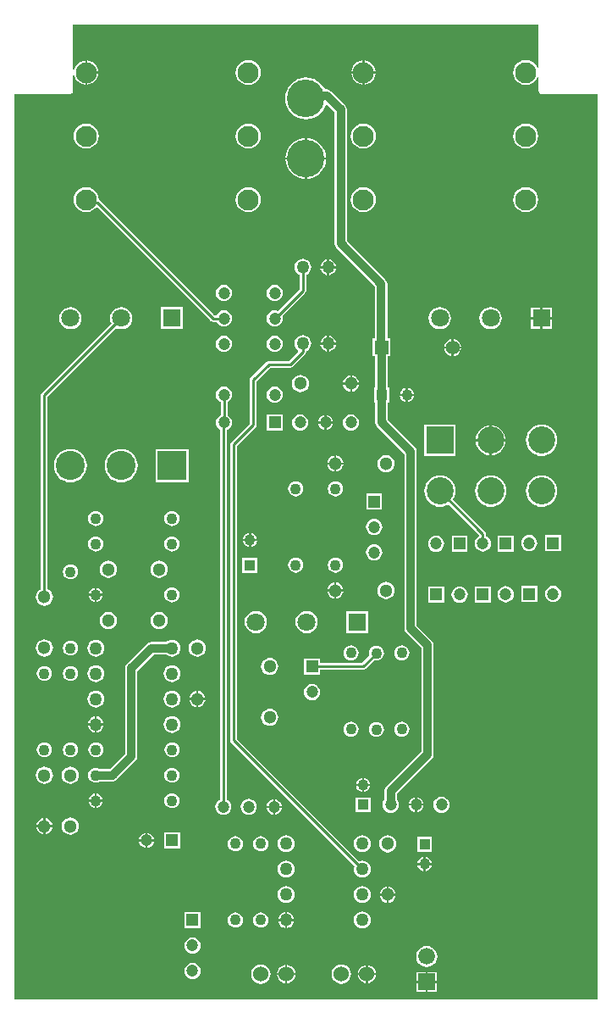
<source format=gtl>
G04*
G04 #@! TF.GenerationSoftware,Altium Limited,Altium Designer,19.0.9 (268)*
G04*
G04 Layer_Physical_Order=1*
G04 Layer_Color=255*
%FSLAX25Y25*%
%MOIN*%
G70*
G01*
G75*
%ADD11C,0.01000*%
%ADD41C,0.03200*%
%ADD42R,0.04724X0.04724*%
%ADD43C,0.04724*%
%ADD44C,0.04331*%
%ADD45R,0.04331X0.04331*%
%ADD46C,0.05118*%
%ADD47C,0.05000*%
%ADD48R,0.07087X0.07087*%
%ADD49C,0.07087*%
%ADD50C,0.11417*%
%ADD51R,0.11417X0.11417*%
%ADD52C,0.14765*%
%ADD53R,0.04724X0.04724*%
%ADD54C,0.06600*%
%ADD55R,0.06600X0.06600*%
%ADD56C,0.06000*%
%ADD57C,0.08268*%
%ADD58C,0.04725*%
%ADD59R,0.10630X0.10630*%
%ADD60C,0.10630*%
%ADD61R,0.04331X0.04331*%
%ADD62R,0.05512X0.05512*%
%ADD63C,0.05512*%
%ADD64C,0.03000*%
G36*
X207936Y367923D02*
X207436Y367823D01*
X207119Y368588D01*
X206328Y369619D01*
X205297Y370410D01*
X204097Y370907D01*
X202809Y371077D01*
X201521Y370907D01*
X200321Y370410D01*
X199290Y369619D01*
X198499Y368588D01*
X198002Y367388D01*
X197832Y366100D01*
X198002Y364812D01*
X198499Y363612D01*
X199290Y362581D01*
X200321Y361790D01*
X201521Y361293D01*
X202809Y361123D01*
X204097Y361293D01*
X205297Y361790D01*
X206328Y362581D01*
X207119Y363612D01*
X207436Y364377D01*
X207936Y364277D01*
Y359000D01*
X208052Y358415D01*
X208384Y357919D01*
X208880Y357587D01*
X209465Y357471D01*
X230971D01*
Y1529D01*
X1529D01*
Y357471D01*
X23030D01*
X23615Y357587D01*
X24111Y357919D01*
X24443Y358415D01*
X24559Y359000D01*
Y364987D01*
X25059Y365020D01*
X25080Y364864D01*
X25557Y363713D01*
X26316Y362724D01*
X27305Y361965D01*
X28456Y361488D01*
X29292Y361378D01*
Y366100D01*
Y370822D01*
X28456Y370712D01*
X27305Y370235D01*
X26316Y369476D01*
X25557Y368487D01*
X25080Y367336D01*
X25059Y367180D01*
X24559Y367213D01*
Y384971D01*
X207936D01*
Y367923D01*
D02*
G37*
%LPC*%
G36*
X139311Y370822D02*
Y366500D01*
X143633D01*
X143523Y367336D01*
X143046Y368487D01*
X142287Y369476D01*
X141298Y370235D01*
X140147Y370712D01*
X139311Y370822D01*
D02*
G37*
G36*
X30092D02*
Y366500D01*
X34414D01*
X34304Y367336D01*
X33827Y368487D01*
X33068Y369476D01*
X32079Y370235D01*
X30928Y370712D01*
X30092Y370822D01*
D02*
G37*
G36*
X138511D02*
X137675Y370712D01*
X136524Y370235D01*
X135535Y369476D01*
X134776Y368487D01*
X134299Y367336D01*
X134189Y366500D01*
X138511D01*
Y370822D01*
D02*
G37*
G36*
X143633Y365700D02*
X139311D01*
Y361378D01*
X140147Y361488D01*
X141298Y361965D01*
X142287Y362724D01*
X143046Y363713D01*
X143523Y364864D01*
X143633Y365700D01*
D02*
G37*
G36*
X34414D02*
X30092D01*
Y361378D01*
X30928Y361488D01*
X32079Y361965D01*
X33068Y362724D01*
X33827Y363713D01*
X34304Y364864D01*
X34414Y365700D01*
D02*
G37*
G36*
X138511D02*
X134189D01*
X134299Y364864D01*
X134776Y363713D01*
X135535Y362724D01*
X136524Y361965D01*
X137675Y361488D01*
X138511Y361378D01*
Y365700D01*
D02*
G37*
G36*
X93590Y371077D02*
X92302Y370907D01*
X91102Y370410D01*
X90071Y369619D01*
X89280Y368588D01*
X88783Y367388D01*
X88613Y366100D01*
X88783Y364812D01*
X89280Y363612D01*
X90071Y362581D01*
X91102Y361790D01*
X92302Y361293D01*
X93590Y361123D01*
X94878Y361293D01*
X96078Y361790D01*
X97109Y362581D01*
X97900Y363612D01*
X98397Y364812D01*
X98567Y366100D01*
X98397Y367388D01*
X97900Y368588D01*
X97109Y369619D01*
X96078Y370410D01*
X94878Y370907D01*
X93590Y371077D01*
D02*
G37*
G36*
X202809Y346077D02*
X201521Y345907D01*
X200321Y345410D01*
X199290Y344619D01*
X198499Y343588D01*
X198002Y342388D01*
X197832Y341100D01*
X198002Y339812D01*
X198499Y338612D01*
X199290Y337581D01*
X200321Y336790D01*
X201521Y336293D01*
X202809Y336123D01*
X204097Y336293D01*
X205297Y336790D01*
X206328Y337581D01*
X207119Y338612D01*
X207616Y339812D01*
X207786Y341100D01*
X207616Y342388D01*
X207119Y343588D01*
X206328Y344619D01*
X205297Y345410D01*
X204097Y345907D01*
X202809Y346077D01*
D02*
G37*
G36*
X138911D02*
X137623Y345907D01*
X136423Y345410D01*
X135392Y344619D01*
X134601Y343588D01*
X134104Y342388D01*
X133934Y341100D01*
X134104Y339812D01*
X134601Y338612D01*
X135392Y337581D01*
X136423Y336790D01*
X137623Y336293D01*
X138911Y336123D01*
X140199Y336293D01*
X141399Y336790D01*
X142430Y337581D01*
X143221Y338612D01*
X143718Y339812D01*
X143888Y341100D01*
X143718Y342388D01*
X143221Y343588D01*
X142430Y344619D01*
X141399Y345410D01*
X140199Y345907D01*
X138911Y346077D01*
D02*
G37*
G36*
X93590D02*
X92302Y345907D01*
X91102Y345410D01*
X90071Y344619D01*
X89280Y343588D01*
X88783Y342388D01*
X88613Y341100D01*
X88783Y339812D01*
X89280Y338612D01*
X90071Y337581D01*
X91102Y336790D01*
X92302Y336293D01*
X93590Y336123D01*
X94878Y336293D01*
X96078Y336790D01*
X97109Y337581D01*
X97900Y338612D01*
X98397Y339812D01*
X98567Y341100D01*
X98397Y342388D01*
X97900Y343588D01*
X97109Y344619D01*
X96078Y345410D01*
X94878Y345907D01*
X93590Y346077D01*
D02*
G37*
G36*
X29692D02*
X28404Y345907D01*
X27204Y345410D01*
X26173Y344619D01*
X25382Y343588D01*
X24885Y342388D01*
X24715Y341100D01*
X24885Y339812D01*
X25382Y338612D01*
X26173Y337581D01*
X27204Y336790D01*
X28404Y336293D01*
X29692Y336123D01*
X30980Y336293D01*
X32180Y336790D01*
X33211Y337581D01*
X34002Y338612D01*
X34499Y339812D01*
X34669Y341100D01*
X34499Y342388D01*
X34002Y343588D01*
X33211Y344619D01*
X32180Y345410D01*
X30980Y345907D01*
X29692Y346077D01*
D02*
G37*
G36*
X116650Y340260D02*
Y332678D01*
X124232D01*
X124117Y333843D01*
X123660Y335347D01*
X122919Y336734D01*
X121922Y337950D01*
X120706Y338947D01*
X119319Y339688D01*
X117815Y340145D01*
X116650Y340260D01*
D02*
G37*
G36*
X115850D02*
X114685Y340145D01*
X113180Y339688D01*
X111794Y338947D01*
X110578Y337950D01*
X109581Y336734D01*
X108840Y335347D01*
X108383Y333843D01*
X108268Y332678D01*
X115850D01*
Y340260D01*
D02*
G37*
G36*
X124232Y331878D02*
X116650D01*
Y324296D01*
X117815Y324411D01*
X119319Y324868D01*
X120706Y325609D01*
X121922Y326606D01*
X122919Y327822D01*
X123660Y329209D01*
X124117Y330713D01*
X124232Y331878D01*
D02*
G37*
G36*
X115850D02*
X108268D01*
X108383Y330713D01*
X108840Y329209D01*
X109581Y327822D01*
X110578Y326606D01*
X111794Y325609D01*
X113180Y324868D01*
X114685Y324411D01*
X115850Y324296D01*
Y331878D01*
D02*
G37*
G36*
X202809Y321077D02*
X201521Y320907D01*
X200321Y320410D01*
X199290Y319619D01*
X198499Y318588D01*
X198002Y317388D01*
X197832Y316100D01*
X198002Y314812D01*
X198499Y313612D01*
X199290Y312581D01*
X200321Y311790D01*
X201521Y311293D01*
X202809Y311123D01*
X204097Y311293D01*
X205297Y311790D01*
X206328Y312581D01*
X207119Y313612D01*
X207616Y314812D01*
X207786Y316100D01*
X207616Y317388D01*
X207119Y318588D01*
X206328Y319619D01*
X205297Y320410D01*
X204097Y320907D01*
X202809Y321077D01*
D02*
G37*
G36*
X138911D02*
X137623Y320907D01*
X136423Y320410D01*
X135392Y319619D01*
X134601Y318588D01*
X134104Y317388D01*
X133934Y316100D01*
X134104Y314812D01*
X134601Y313612D01*
X135392Y312581D01*
X136423Y311790D01*
X137623Y311293D01*
X138911Y311123D01*
X140199Y311293D01*
X141399Y311790D01*
X142430Y312581D01*
X143221Y313612D01*
X143718Y314812D01*
X143888Y316100D01*
X143718Y317388D01*
X143221Y318588D01*
X142430Y319619D01*
X141399Y320410D01*
X140199Y320907D01*
X138911Y321077D01*
D02*
G37*
G36*
X93590D02*
X92302Y320907D01*
X91102Y320410D01*
X90071Y319619D01*
X89280Y318588D01*
X88783Y317388D01*
X88613Y316100D01*
X88783Y314812D01*
X89280Y313612D01*
X90071Y312581D01*
X91102Y311790D01*
X92302Y311293D01*
X93590Y311123D01*
X94878Y311293D01*
X96078Y311790D01*
X97109Y312581D01*
X97900Y313612D01*
X98397Y314812D01*
X98567Y316100D01*
X98397Y317388D01*
X97900Y318588D01*
X97109Y319619D01*
X96078Y320410D01*
X94878Y320907D01*
X93590Y321077D01*
D02*
G37*
G36*
X125400Y292574D02*
Y289900D01*
X128074D01*
X128020Y290309D01*
X127708Y291063D01*
X127211Y291711D01*
X126563Y292208D01*
X125809Y292520D01*
X125400Y292574D01*
D02*
G37*
G36*
X124600D02*
X124191Y292520D01*
X123437Y292208D01*
X122789Y291711D01*
X122292Y291063D01*
X121980Y290309D01*
X121926Y289900D01*
X124600D01*
Y292574D01*
D02*
G37*
G36*
X128074Y289100D02*
X125400D01*
Y286426D01*
X125809Y286480D01*
X126563Y286792D01*
X127211Y287289D01*
X127708Y287937D01*
X128020Y288691D01*
X128074Y289100D01*
D02*
G37*
G36*
X124600D02*
X121926D01*
X121980Y288691D01*
X122292Y287937D01*
X122789Y287289D01*
X123437Y286792D01*
X124191Y286480D01*
X124600Y286426D01*
Y289100D01*
D02*
G37*
G36*
X104000Y282556D02*
X103174Y282447D01*
X102405Y282129D01*
X101744Y281622D01*
X101238Y280961D01*
X100919Y280192D01*
X100810Y279366D01*
X100919Y278540D01*
X101238Y277771D01*
X101744Y277111D01*
X102405Y276604D01*
X103174Y276285D01*
X104000Y276176D01*
X104826Y276285D01*
X105595Y276604D01*
X106255Y277111D01*
X106762Y277771D01*
X107081Y278540D01*
X107190Y279366D01*
X107081Y280192D01*
X106762Y280961D01*
X106255Y281622D01*
X105595Y282129D01*
X104826Y282447D01*
X104000Y282556D01*
D02*
G37*
G36*
X84000D02*
X83174Y282447D01*
X82405Y282129D01*
X81744Y281622D01*
X81238Y280961D01*
X80919Y280192D01*
X80810Y279366D01*
X80919Y278540D01*
X81238Y277771D01*
X81744Y277111D01*
X82405Y276604D01*
X83174Y276285D01*
X84000Y276176D01*
X84826Y276285D01*
X85595Y276604D01*
X86256Y277111D01*
X86762Y277771D01*
X87081Y278540D01*
X87190Y279366D01*
X87081Y280192D01*
X86762Y280961D01*
X86256Y281622D01*
X85595Y282129D01*
X84826Y282447D01*
X84000Y282556D01*
D02*
G37*
G36*
X115000Y292828D02*
X114138Y292715D01*
X113336Y292383D01*
X112646Y291854D01*
X112118Y291164D01*
X111785Y290361D01*
X111671Y289500D01*
X111785Y288638D01*
X112118Y287836D01*
X112646Y287146D01*
X113336Y286617D01*
X113674Y286477D01*
Y280915D01*
X105095Y272336D01*
X104826Y272447D01*
X104000Y272556D01*
X103174Y272447D01*
X102405Y272129D01*
X101744Y271622D01*
X101238Y270961D01*
X100919Y270192D01*
X100810Y269366D01*
X100919Y268541D01*
X101238Y267771D01*
X101744Y267111D01*
X102405Y266604D01*
X103174Y266285D01*
X104000Y266176D01*
X104826Y266285D01*
X105595Y266604D01*
X106255Y267111D01*
X106762Y267771D01*
X107081Y268541D01*
X107190Y269366D01*
X107081Y270192D01*
X106969Y270461D01*
X115937Y279429D01*
X116225Y279859D01*
X116325Y280366D01*
Y286477D01*
X116664Y286617D01*
X117354Y287146D01*
X117883Y287836D01*
X118215Y288638D01*
X118328Y289500D01*
X118215Y290361D01*
X117883Y291164D01*
X117354Y291854D01*
X116664Y292383D01*
X115861Y292715D01*
X115000Y292828D01*
D02*
G37*
G36*
X213143Y273643D02*
X209400D01*
Y269900D01*
X213143D01*
Y273643D01*
D02*
G37*
G36*
X208600D02*
X204856D01*
Y269900D01*
X208600D01*
Y273643D01*
D02*
G37*
G36*
X29692Y321077D02*
X28404Y320907D01*
X27204Y320410D01*
X26173Y319619D01*
X25382Y318588D01*
X24885Y317388D01*
X24715Y316100D01*
X24885Y314812D01*
X25382Y313612D01*
X26173Y312581D01*
X27204Y311790D01*
X28404Y311293D01*
X29692Y311123D01*
X30980Y311293D01*
X32180Y311790D01*
X33211Y312581D01*
X33593Y313079D01*
X34092Y313112D01*
X78775Y268429D01*
X79205Y268142D01*
X79712Y268041D01*
X81126D01*
X81238Y267771D01*
X81744Y267111D01*
X82405Y266604D01*
X83174Y266285D01*
X84000Y266176D01*
X84826Y266285D01*
X85595Y266604D01*
X86256Y267111D01*
X86762Y267771D01*
X87081Y268541D01*
X87190Y269366D01*
X87081Y270192D01*
X86762Y270961D01*
X86256Y271622D01*
X85595Y272129D01*
X84826Y272447D01*
X84000Y272556D01*
X83174Y272447D01*
X82405Y272129D01*
X81744Y271622D01*
X81238Y270961D01*
X81126Y270692D01*
X80261D01*
X35016Y315937D01*
X34659Y316176D01*
X34499Y317388D01*
X34002Y318588D01*
X33211Y319619D01*
X32180Y320410D01*
X30980Y320907D01*
X29692Y321077D01*
D02*
G37*
G36*
X213143Y269100D02*
X209400D01*
Y265356D01*
X213143D01*
Y269100D01*
D02*
G37*
G36*
X208600D02*
X204856D01*
Y265356D01*
X208600D01*
Y269100D01*
D02*
G37*
G36*
X67844Y273844D02*
X59157D01*
Y265157D01*
X67844D01*
Y273844D01*
D02*
G37*
G36*
X189000Y273881D02*
X187866Y273732D01*
X186810Y273294D01*
X185902Y272598D01*
X185206Y271691D01*
X184768Y270634D01*
X184619Y269500D01*
X184768Y268366D01*
X185206Y267309D01*
X185902Y266402D01*
X186810Y265706D01*
X187866Y265268D01*
X189000Y265119D01*
X190134Y265268D01*
X191191Y265706D01*
X192098Y266402D01*
X192794Y267309D01*
X193232Y268366D01*
X193381Y269500D01*
X193232Y270634D01*
X192794Y271691D01*
X192098Y272598D01*
X191191Y273294D01*
X190134Y273732D01*
X189000Y273881D01*
D02*
G37*
G36*
X169000D02*
X167866Y273732D01*
X166809Y273294D01*
X165902Y272598D01*
X165206Y271691D01*
X164768Y270634D01*
X164619Y269500D01*
X164768Y268366D01*
X165206Y267309D01*
X165902Y266402D01*
X166809Y265706D01*
X167866Y265268D01*
X169000Y265119D01*
X170134Y265268D01*
X171191Y265706D01*
X172098Y266402D01*
X172794Y267309D01*
X173232Y268366D01*
X173381Y269500D01*
X173232Y270634D01*
X172794Y271691D01*
X172098Y272598D01*
X171191Y273294D01*
X170134Y273732D01*
X169000Y273881D01*
D02*
G37*
G36*
X43500D02*
X42366Y273732D01*
X41309Y273294D01*
X40402Y272598D01*
X39706Y271691D01*
X39268Y270634D01*
X39119Y269500D01*
X39268Y268366D01*
X39627Y267501D01*
X12338Y240212D01*
X12050Y239782D01*
X11949Y239275D01*
Y162900D01*
X11581Y162747D01*
X10879Y162209D01*
X10341Y161507D01*
X10002Y160690D01*
X9887Y159813D01*
X10002Y158936D01*
X10341Y158119D01*
X10879Y157418D01*
X11581Y156879D01*
X12398Y156541D01*
X13275Y156425D01*
X14152Y156541D01*
X14969Y156879D01*
X15671Y157418D01*
X16209Y158119D01*
X16547Y158936D01*
X16663Y159813D01*
X16547Y160690D01*
X16209Y161507D01*
X15671Y162209D01*
X14969Y162747D01*
X14601Y162900D01*
Y238726D01*
X41501Y265627D01*
X42366Y265268D01*
X43500Y265119D01*
X44634Y265268D01*
X45691Y265706D01*
X46598Y266402D01*
X47294Y267309D01*
X47732Y268366D01*
X47881Y269500D01*
X47732Y270634D01*
X47294Y271691D01*
X46598Y272598D01*
X45691Y273294D01*
X44634Y273732D01*
X43500Y273881D01*
D02*
G37*
G36*
X23500D02*
X22366Y273732D01*
X21309Y273294D01*
X20402Y272598D01*
X19706Y271691D01*
X19268Y270634D01*
X19119Y269500D01*
X19268Y268366D01*
X19706Y267309D01*
X20402Y266402D01*
X21309Y265706D01*
X22366Y265268D01*
X23500Y265119D01*
X24634Y265268D01*
X25690Y265706D01*
X26598Y266402D01*
X27294Y267309D01*
X27732Y268366D01*
X27881Y269500D01*
X27732Y270634D01*
X27294Y271691D01*
X26598Y272598D01*
X25690Y273294D01*
X24634Y273732D01*
X23500Y273881D01*
D02*
G37*
G36*
X125400Y262574D02*
Y259900D01*
X128074D01*
X128020Y260309D01*
X127708Y261063D01*
X127211Y261711D01*
X126563Y262208D01*
X125809Y262520D01*
X125400Y262574D01*
D02*
G37*
G36*
X124600D02*
X124191Y262520D01*
X123437Y262208D01*
X122789Y261711D01*
X122292Y261063D01*
X121980Y260309D01*
X121926Y259900D01*
X124600D01*
Y262574D01*
D02*
G37*
G36*
X174419Y261332D02*
Y258400D01*
X177351D01*
X177289Y258876D01*
X176951Y259693D01*
X176413Y260394D01*
X175712Y260931D01*
X174895Y261270D01*
X174419Y261332D01*
D02*
G37*
G36*
X173619D02*
X173143Y261270D01*
X172327Y260931D01*
X171625Y260394D01*
X171088Y259693D01*
X170749Y258876D01*
X170687Y258400D01*
X173619D01*
Y261332D01*
D02*
G37*
G36*
X128074Y259100D02*
X125400D01*
Y256426D01*
X125809Y256480D01*
X126563Y256792D01*
X127211Y257289D01*
X127708Y257937D01*
X128020Y258691D01*
X128074Y259100D01*
D02*
G37*
G36*
X124600D02*
X121926D01*
X121980Y258691D01*
X122292Y257937D01*
X122789Y257289D01*
X123437Y256792D01*
X124191Y256480D01*
X124600Y256426D01*
Y259100D01*
D02*
G37*
G36*
X104000Y262556D02*
X103174Y262447D01*
X102405Y262129D01*
X101744Y261622D01*
X101238Y260961D01*
X100919Y260192D01*
X100810Y259366D01*
X100919Y258541D01*
X101238Y257771D01*
X101744Y257111D01*
X102405Y256604D01*
X103174Y256285D01*
X104000Y256176D01*
X104826Y256285D01*
X105595Y256604D01*
X106255Y257111D01*
X106762Y257771D01*
X107081Y258541D01*
X107190Y259366D01*
X107081Y260192D01*
X106762Y260961D01*
X106255Y261622D01*
X105595Y262129D01*
X104826Y262447D01*
X104000Y262556D01*
D02*
G37*
G36*
X84000D02*
X83174Y262447D01*
X82405Y262129D01*
X81744Y261622D01*
X81238Y260961D01*
X80919Y260192D01*
X80810Y259366D01*
X80919Y258541D01*
X81238Y257771D01*
X81744Y257111D01*
X82405Y256604D01*
X83174Y256285D01*
X84000Y256176D01*
X84826Y256285D01*
X85595Y256604D01*
X86256Y257111D01*
X86762Y257771D01*
X87081Y258541D01*
X87190Y259366D01*
X87081Y260192D01*
X86762Y260961D01*
X86256Y261622D01*
X85595Y262129D01*
X84826Y262447D01*
X84000Y262556D01*
D02*
G37*
G36*
X177351Y257600D02*
X174419D01*
Y254668D01*
X174895Y254730D01*
X175712Y255068D01*
X176413Y255607D01*
X176951Y256308D01*
X177289Y257124D01*
X177351Y257600D01*
D02*
G37*
G36*
X173619D02*
X170687D01*
X170749Y257124D01*
X171088Y256308D01*
X171625Y255607D01*
X172327Y255068D01*
X173143Y254730D01*
X173619Y254668D01*
Y257600D01*
D02*
G37*
G36*
X134432Y246934D02*
Y244200D01*
X137165D01*
X137109Y244625D01*
X136791Y245393D01*
X136285Y246053D01*
X135625Y246559D01*
X134856Y246878D01*
X134432Y246934D01*
D02*
G37*
G36*
X133632D02*
X133207Y246878D01*
X132439Y246559D01*
X131779Y246053D01*
X131272Y245393D01*
X130954Y244625D01*
X130898Y244200D01*
X133632D01*
Y246934D01*
D02*
G37*
G36*
X137165Y243400D02*
X134432D01*
Y240666D01*
X134856Y240722D01*
X135625Y241041D01*
X136285Y241547D01*
X136791Y242207D01*
X137109Y242975D01*
X137165Y243400D01*
D02*
G37*
G36*
X133632D02*
X130898D01*
X130954Y242975D01*
X131272Y242207D01*
X131779Y241547D01*
X132439Y241041D01*
X133207Y240722D01*
X133632Y240666D01*
Y243400D01*
D02*
G37*
G36*
X114032Y247188D02*
X113155Y247073D01*
X112338Y246734D01*
X111636Y246196D01*
X111098Y245494D01*
X110759Y244677D01*
X110644Y243800D01*
X110759Y242923D01*
X111098Y242106D01*
X111636Y241404D01*
X112338Y240866D01*
X113155Y240528D01*
X114032Y240412D01*
X114909Y240528D01*
X115726Y240866D01*
X116427Y241404D01*
X116966Y242106D01*
X117304Y242923D01*
X117420Y243800D01*
X117304Y244677D01*
X116966Y245494D01*
X116427Y246196D01*
X115726Y246734D01*
X114909Y247073D01*
X114032Y247188D01*
D02*
G37*
G36*
X156400Y242103D02*
Y239766D01*
X158737D01*
X158694Y240088D01*
X158416Y240761D01*
X157972Y241338D01*
X157395Y241782D01*
X156722Y242060D01*
X156400Y242103D01*
D02*
G37*
G36*
X155600D02*
X155278Y242060D01*
X154605Y241782D01*
X154028Y241338D01*
X153584Y240761D01*
X153306Y240088D01*
X153263Y239766D01*
X155600D01*
Y242103D01*
D02*
G37*
G36*
X158737Y238966D02*
X156400D01*
Y236629D01*
X156722Y236672D01*
X157395Y236950D01*
X157972Y237394D01*
X158416Y237971D01*
X158694Y238644D01*
X158737Y238966D01*
D02*
G37*
G36*
X155600D02*
X153263D01*
X153306Y238644D01*
X153584Y237971D01*
X154028Y237394D01*
X154605Y236950D01*
X155278Y236672D01*
X155600Y236629D01*
Y238966D01*
D02*
G37*
G36*
X104000Y242556D02*
X103174Y242447D01*
X102405Y242129D01*
X101744Y241622D01*
X101238Y240961D01*
X100919Y240192D01*
X100810Y239366D01*
X100919Y238541D01*
X101238Y237771D01*
X101744Y237111D01*
X102405Y236604D01*
X103174Y236285D01*
X104000Y236176D01*
X104826Y236285D01*
X105595Y236604D01*
X106255Y237111D01*
X106762Y237771D01*
X107081Y238541D01*
X107190Y239366D01*
X107081Y240192D01*
X106762Y240961D01*
X106255Y241622D01*
X105595Y242129D01*
X104826Y242447D01*
X104000Y242556D01*
D02*
G37*
G36*
X124400Y231435D02*
Y228900D01*
X126935D01*
X126886Y229273D01*
X126587Y229994D01*
X126112Y230612D01*
X125494Y231087D01*
X124773Y231386D01*
X124400Y231435D01*
D02*
G37*
G36*
X123600D02*
X123227Y231386D01*
X122506Y231087D01*
X121888Y230612D01*
X121413Y229994D01*
X121114Y229273D01*
X121065Y228900D01*
X123600D01*
Y231435D01*
D02*
G37*
G36*
X126935Y228100D02*
X124400D01*
Y225565D01*
X124773Y225614D01*
X125494Y225913D01*
X126112Y226388D01*
X126587Y227006D01*
X126886Y227727D01*
X126935Y228100D01*
D02*
G37*
G36*
X123600D02*
X121065D01*
X121114Y227727D01*
X121413Y227006D01*
X121888Y226388D01*
X122506Y225913D01*
X123227Y225614D01*
X123600Y225565D01*
Y228100D01*
D02*
G37*
G36*
X107162Y231662D02*
X100838D01*
Y225338D01*
X107162D01*
Y231662D01*
D02*
G37*
G36*
X134000Y231689D02*
X133175Y231581D01*
X132405Y231262D01*
X131745Y230755D01*
X131238Y230095D01*
X130919Y229326D01*
X130811Y228500D01*
X130919Y227675D01*
X131238Y226905D01*
X131745Y226245D01*
X132405Y225738D01*
X133175Y225419D01*
X134000Y225311D01*
X134826Y225419D01*
X135595Y225738D01*
X136255Y226245D01*
X136762Y226905D01*
X137081Y227675D01*
X137189Y228500D01*
X137081Y229326D01*
X136762Y230095D01*
X136255Y230755D01*
X135595Y231262D01*
X134826Y231581D01*
X134000Y231689D01*
D02*
G37*
G36*
X114000D02*
X113174Y231581D01*
X112405Y231262D01*
X111745Y230755D01*
X111238Y230095D01*
X110919Y229326D01*
X110811Y228500D01*
X110919Y227675D01*
X111238Y226905D01*
X111745Y226245D01*
X112405Y225738D01*
X113174Y225419D01*
X114000Y225311D01*
X114825Y225419D01*
X115595Y225738D01*
X116255Y226245D01*
X116762Y226905D01*
X117081Y227675D01*
X117189Y228500D01*
X117081Y229326D01*
X116762Y230095D01*
X116255Y230755D01*
X115595Y231262D01*
X114825Y231581D01*
X114000Y231689D01*
D02*
G37*
G36*
X189400Y227366D02*
Y221862D01*
X194904D01*
X194829Y222621D01*
X194491Y223737D01*
X193942Y224764D01*
X193203Y225665D01*
X192302Y226404D01*
X191274Y226953D01*
X190159Y227291D01*
X189400Y227366D01*
D02*
G37*
G36*
X188600D02*
X187840Y227291D01*
X186725Y226953D01*
X185698Y226404D01*
X184797Y225665D01*
X184058Y224764D01*
X183509Y223737D01*
X183171Y222621D01*
X183096Y221862D01*
X188600D01*
Y227366D01*
D02*
G37*
G36*
X194904Y221062D02*
X189400D01*
Y215558D01*
X190159Y215633D01*
X191274Y215971D01*
X192302Y216520D01*
X193203Y217259D01*
X193942Y218160D01*
X194491Y219187D01*
X194829Y220303D01*
X194904Y221062D01*
D02*
G37*
G36*
X188600D02*
X183096D01*
X183171Y220303D01*
X183509Y219187D01*
X184058Y218160D01*
X184797Y217259D01*
X185698Y216520D01*
X186725Y215971D01*
X187840Y215633D01*
X188600Y215558D01*
Y221062D01*
D02*
G37*
G36*
X175115Y227577D02*
X162885D01*
Y215347D01*
X175115D01*
Y227577D01*
D02*
G37*
G36*
X209000Y227607D02*
X207801Y227488D01*
X206649Y227139D01*
X205586Y226571D01*
X204655Y225807D01*
X203891Y224876D01*
X203323Y223813D01*
X202974Y222661D01*
X202855Y221462D01*
X202974Y220263D01*
X203323Y219111D01*
X203891Y218048D01*
X204655Y217117D01*
X205586Y216353D01*
X206649Y215785D01*
X207801Y215436D01*
X209000Y215317D01*
X210199Y215436D01*
X211351Y215785D01*
X212414Y216353D01*
X213345Y217117D01*
X214109Y218048D01*
X214677Y219111D01*
X215026Y220263D01*
X215145Y221462D01*
X215026Y222661D01*
X214677Y223813D01*
X214109Y224876D01*
X213345Y225807D01*
X212414Y226571D01*
X211351Y227139D01*
X210199Y227488D01*
X209000Y227607D01*
D02*
G37*
G36*
X128226Y215484D02*
Y212751D01*
X130959D01*
X130903Y213175D01*
X130585Y213944D01*
X130078Y214604D01*
X129419Y215110D01*
X128650Y215428D01*
X128226Y215484D01*
D02*
G37*
G36*
X127426D02*
X127001Y215428D01*
X126232Y215110D01*
X125572Y214604D01*
X125066Y213944D01*
X124748Y213175D01*
X124692Y212751D01*
X127426D01*
Y215484D01*
D02*
G37*
G36*
X130959Y211951D02*
X128226D01*
Y209217D01*
X128650Y209273D01*
X129419Y209591D01*
X130078Y210098D01*
X130585Y210758D01*
X130903Y211526D01*
X130959Y211951D01*
D02*
G37*
G36*
X127426D02*
X124692D01*
X124748Y211526D01*
X125066Y210758D01*
X125572Y210098D01*
X126232Y209591D01*
X127001Y209273D01*
X127426Y209217D01*
Y211951D01*
D02*
G37*
G36*
X147826Y215739D02*
X146949Y215623D01*
X146132Y215285D01*
X145430Y214746D01*
X144891Y214045D01*
X144553Y213228D01*
X144438Y212351D01*
X144553Y211474D01*
X144891Y210657D01*
X145430Y209955D01*
X146132Y209417D01*
X146949Y209078D01*
X147826Y208963D01*
X148702Y209078D01*
X149519Y209417D01*
X150221Y209955D01*
X150759Y210657D01*
X151098Y211474D01*
X151213Y212351D01*
X151098Y213228D01*
X150759Y214045D01*
X150221Y214746D01*
X149519Y215285D01*
X148702Y215623D01*
X147826Y215739D01*
D02*
G37*
G36*
X70008Y218008D02*
X56991D01*
Y204992D01*
X70008D01*
Y218008D01*
D02*
G37*
G36*
X43500Y218040D02*
X42224Y217914D01*
X40997Y217542D01*
X39867Y216938D01*
X38875Y216125D01*
X38062Y215133D01*
X37458Y214003D01*
X37086Y212776D01*
X36960Y211500D01*
X37086Y210224D01*
X37458Y208997D01*
X38062Y207867D01*
X38875Y206875D01*
X39867Y206062D01*
X40997Y205458D01*
X42224Y205086D01*
X43500Y204960D01*
X44776Y205086D01*
X46003Y205458D01*
X47133Y206062D01*
X48125Y206875D01*
X48938Y207867D01*
X49542Y208997D01*
X49914Y210224D01*
X50040Y211500D01*
X49914Y212776D01*
X49542Y214003D01*
X48938Y215133D01*
X48125Y216125D01*
X47133Y216938D01*
X46003Y217542D01*
X44776Y217914D01*
X43500Y218040D01*
D02*
G37*
G36*
X23500D02*
X22224Y217914D01*
X20997Y217542D01*
X19867Y216938D01*
X18876Y216125D01*
X18062Y215133D01*
X17458Y214003D01*
X17086Y212776D01*
X16960Y211500D01*
X17086Y210224D01*
X17458Y208997D01*
X18062Y207867D01*
X18876Y206875D01*
X19867Y206062D01*
X20997Y205458D01*
X22224Y205086D01*
X23500Y204960D01*
X24776Y205086D01*
X26003Y205458D01*
X27133Y206062D01*
X28124Y206875D01*
X28938Y207867D01*
X29542Y208997D01*
X29914Y210224D01*
X30040Y211500D01*
X29914Y212776D01*
X29542Y214003D01*
X28938Y215133D01*
X28124Y216125D01*
X27133Y216938D01*
X26003Y217542D01*
X24776Y217914D01*
X23500Y218040D01*
D02*
G37*
G36*
X112238Y205396D02*
X111463Y205294D01*
X110742Y204995D01*
X110123Y204520D01*
X109647Y203901D01*
X109348Y203179D01*
X109247Y202405D01*
X109348Y201631D01*
X109647Y200910D01*
X110123Y200290D01*
X110742Y199815D01*
X111463Y199516D01*
X112238Y199414D01*
X113012Y199516D01*
X113733Y199815D01*
X114353Y200290D01*
X114828Y200910D01*
X115127Y201631D01*
X115229Y202405D01*
X115127Y203179D01*
X114828Y203901D01*
X114353Y204520D01*
X113733Y204995D01*
X113012Y205294D01*
X112238Y205396D01*
D02*
G37*
G36*
X127854Y205377D02*
X127080Y205275D01*
X126358Y204976D01*
X125739Y204501D01*
X125264Y203882D01*
X124965Y203160D01*
X124863Y202386D01*
X124965Y201612D01*
X125264Y200890D01*
X125739Y200271D01*
X126358Y199796D01*
X127080Y199497D01*
X127854Y199395D01*
X128628Y199497D01*
X129350Y199796D01*
X129969Y200271D01*
X130444Y200890D01*
X130743Y201612D01*
X130845Y202386D01*
X130743Y203160D01*
X130444Y203882D01*
X129969Y204501D01*
X129350Y204976D01*
X128628Y205275D01*
X127854Y205377D01*
D02*
G37*
G36*
X209000Y207607D02*
X207801Y207488D01*
X206649Y207139D01*
X205586Y206571D01*
X204655Y205807D01*
X203891Y204876D01*
X203323Y203813D01*
X202974Y202661D01*
X202855Y201462D01*
X202974Y200263D01*
X203323Y199111D01*
X203891Y198048D01*
X204655Y197117D01*
X205586Y196353D01*
X206649Y195785D01*
X207801Y195436D01*
X209000Y195317D01*
X210199Y195436D01*
X211351Y195785D01*
X212414Y196353D01*
X213345Y197117D01*
X214109Y198048D01*
X214677Y199111D01*
X215026Y200263D01*
X215145Y201462D01*
X215026Y202661D01*
X214677Y203813D01*
X214109Y204876D01*
X213345Y205807D01*
X212414Y206571D01*
X211351Y207139D01*
X210199Y207488D01*
X209000Y207607D01*
D02*
G37*
G36*
X189000D02*
X187801Y207488D01*
X186649Y207139D01*
X185586Y206571D01*
X184655Y205807D01*
X183891Y204876D01*
X183323Y203813D01*
X182974Y202661D01*
X182855Y201462D01*
X182974Y200263D01*
X183323Y199111D01*
X183891Y198048D01*
X184655Y197117D01*
X185586Y196353D01*
X186649Y195785D01*
X187801Y195436D01*
X189000Y195317D01*
X190199Y195436D01*
X191351Y195785D01*
X192414Y196353D01*
X193345Y197117D01*
X194109Y198048D01*
X194677Y199111D01*
X195027Y200263D01*
X195145Y201462D01*
X195027Y202661D01*
X194677Y203813D01*
X194109Y204876D01*
X193345Y205807D01*
X192414Y206571D01*
X191351Y207139D01*
X190199Y207488D01*
X189000Y207607D01*
D02*
G37*
G36*
X146287Y200568D02*
X139963D01*
Y194244D01*
X146287D01*
Y200568D01*
D02*
G37*
G36*
X63483Y193711D02*
X62709Y193609D01*
X61987Y193310D01*
X61368Y192835D01*
X60892Y192216D01*
X60594Y191494D01*
X60492Y190720D01*
X60594Y189946D01*
X60892Y189225D01*
X61368Y188605D01*
X61987Y188130D01*
X62709Y187831D01*
X63483Y187729D01*
X64257Y187831D01*
X64978Y188130D01*
X65598Y188605D01*
X66073Y189225D01*
X66372Y189946D01*
X66474Y190720D01*
X66372Y191494D01*
X66073Y192216D01*
X65598Y192835D01*
X64978Y193310D01*
X64257Y193609D01*
X63483Y193711D01*
D02*
G37*
G36*
X33483D02*
X32709Y193609D01*
X31987Y193310D01*
X31368Y192835D01*
X30893Y192216D01*
X30594Y191494D01*
X30492Y190720D01*
X30594Y189946D01*
X30893Y189225D01*
X31368Y188605D01*
X31987Y188130D01*
X32709Y187831D01*
X33483Y187729D01*
X34257Y187831D01*
X34978Y188130D01*
X35598Y188605D01*
X36073Y189225D01*
X36372Y189946D01*
X36474Y190720D01*
X36372Y191494D01*
X36073Y192216D01*
X35598Y192835D01*
X34978Y193310D01*
X34257Y193609D01*
X33483Y193711D01*
D02*
G37*
G36*
X143125Y190595D02*
X142300Y190487D01*
X141531Y190168D01*
X140870Y189661D01*
X140363Y189001D01*
X140045Y188232D01*
X139936Y187406D01*
X140045Y186581D01*
X140363Y185812D01*
X140870Y185151D01*
X141531Y184644D01*
X142300Y184326D01*
X143125Y184217D01*
X143951Y184326D01*
X144720Y184644D01*
X145381Y185151D01*
X145887Y185812D01*
X146206Y186581D01*
X146315Y187406D01*
X146206Y188232D01*
X145887Y189001D01*
X145381Y189661D01*
X144720Y190168D01*
X143951Y190487D01*
X143125Y190595D01*
D02*
G37*
G36*
X94638Y185088D02*
Y182752D01*
X96974D01*
X96932Y183073D01*
X96653Y183746D01*
X96210Y184324D01*
X95632Y184767D01*
X94959Y185046D01*
X94638Y185088D01*
D02*
G37*
G36*
X93838D02*
X93516Y185046D01*
X92843Y184767D01*
X92265Y184324D01*
X91822Y183746D01*
X91543Y183073D01*
X91501Y182752D01*
X93838D01*
Y185088D01*
D02*
G37*
G36*
X96974Y181951D02*
X94638D01*
Y179615D01*
X94959Y179657D01*
X95632Y179936D01*
X96210Y180379D01*
X96653Y180957D01*
X96932Y181630D01*
X96974Y181951D01*
D02*
G37*
G36*
X93838D02*
X91501D01*
X91543Y181630D01*
X91822Y180957D01*
X92265Y180379D01*
X92843Y179936D01*
X93516Y179657D01*
X93838Y179615D01*
Y181951D01*
D02*
G37*
G36*
X216738Y184239D02*
X210414D01*
Y177915D01*
X216738D01*
Y184239D01*
D02*
G37*
G36*
X204189Y184266D02*
X203364Y184157D01*
X202594Y183839D01*
X201934Y183332D01*
X201427Y182671D01*
X201109Y181902D01*
X201000Y181077D01*
X201109Y180251D01*
X201427Y179482D01*
X201934Y178822D01*
X202594Y178315D01*
X203364Y177996D01*
X204189Y177887D01*
X205015Y177996D01*
X205784Y178315D01*
X206444Y178822D01*
X206951Y179482D01*
X207270Y180251D01*
X207378Y181077D01*
X207270Y181902D01*
X206951Y182671D01*
X206444Y183332D01*
X205784Y183839D01*
X205015Y184157D01*
X204189Y184266D01*
D02*
G37*
G36*
X198077Y184082D02*
X191753D01*
Y177758D01*
X198077D01*
Y184082D01*
D02*
G37*
G36*
X169000Y207607D02*
X167801Y207488D01*
X166649Y207139D01*
X165586Y206571D01*
X164655Y205807D01*
X163891Y204876D01*
X163323Y203813D01*
X162973Y202661D01*
X162855Y201462D01*
X162973Y200263D01*
X163323Y199111D01*
X163891Y198048D01*
X164655Y197117D01*
X165586Y196353D01*
X166649Y195785D01*
X167801Y195436D01*
X169000Y195317D01*
X170199Y195436D01*
X171351Y195785D01*
X172297Y196291D01*
X184352Y184235D01*
X184330Y183833D01*
X184260Y183633D01*
X183662Y183175D01*
X183155Y182514D01*
X182836Y181745D01*
X182728Y180920D01*
X182836Y180094D01*
X183155Y179325D01*
X183662Y178664D01*
X184322Y178158D01*
X185091Y177839D01*
X185917Y177730D01*
X186742Y177839D01*
X187512Y178158D01*
X188172Y178664D01*
X188679Y179325D01*
X188997Y180094D01*
X189106Y180920D01*
X188997Y181745D01*
X188679Y182514D01*
X188172Y183175D01*
X187512Y183682D01*
X187242Y183793D01*
Y184545D01*
X187141Y185052D01*
X186854Y185482D01*
X174171Y198165D01*
X174677Y199111D01*
X175027Y200263D01*
X175145Y201462D01*
X175027Y202661D01*
X174677Y203813D01*
X174109Y204876D01*
X173345Y205807D01*
X172414Y206571D01*
X171351Y207139D01*
X170199Y207488D01*
X169000Y207607D01*
D02*
G37*
G36*
X63500Y183712D02*
X62726Y183610D01*
X62005Y183311D01*
X61385Y182835D01*
X60910Y182216D01*
X60611Y181495D01*
X60509Y180720D01*
X60611Y179946D01*
X60910Y179225D01*
X61385Y178605D01*
X62005Y178130D01*
X62726Y177831D01*
X63500Y177729D01*
X64274Y177831D01*
X64995Y178130D01*
X65615Y178605D01*
X66090Y179225D01*
X66389Y179946D01*
X66491Y180720D01*
X66389Y181495D01*
X66090Y182216D01*
X65615Y182835D01*
X64995Y183311D01*
X64274Y183610D01*
X63500Y183712D01*
D02*
G37*
G36*
X33500D02*
X32726Y183610D01*
X32004Y183311D01*
X31385Y182835D01*
X30910Y182216D01*
X30611Y181495D01*
X30509Y180720D01*
X30611Y179946D01*
X30910Y179225D01*
X31385Y178605D01*
X32004Y178130D01*
X32726Y177831D01*
X33500Y177729D01*
X34274Y177831D01*
X34995Y178130D01*
X35615Y178605D01*
X36090Y179225D01*
X36389Y179946D01*
X36491Y180720D01*
X36389Y181495D01*
X36090Y182216D01*
X35615Y182835D01*
X34995Y183311D01*
X34274Y183610D01*
X33500Y183712D01*
D02*
G37*
G36*
X179950Y183982D02*
X173626D01*
Y177658D01*
X179950D01*
Y183982D01*
D02*
G37*
G36*
X167519Y183989D02*
X166694Y183881D01*
X165924Y183562D01*
X165264Y183055D01*
X164757Y182395D01*
X164438Y181625D01*
X164330Y180800D01*
X164438Y179974D01*
X164757Y179205D01*
X165264Y178545D01*
X165924Y178038D01*
X166694Y177719D01*
X167519Y177611D01*
X168344Y177719D01*
X169114Y178038D01*
X169774Y178545D01*
X170281Y179205D01*
X170600Y179974D01*
X170708Y180800D01*
X170600Y181625D01*
X170281Y182395D01*
X169774Y183055D01*
X169114Y183562D01*
X168344Y183881D01*
X167519Y183989D01*
D02*
G37*
G36*
X143125Y180596D02*
X142300Y180487D01*
X141531Y180168D01*
X140870Y179661D01*
X140363Y179001D01*
X140045Y178232D01*
X139936Y177406D01*
X140045Y176581D01*
X140363Y175812D01*
X140870Y175151D01*
X141531Y174644D01*
X142300Y174326D01*
X143125Y174217D01*
X143951Y174326D01*
X144720Y174644D01*
X145381Y175151D01*
X145887Y175812D01*
X146206Y176581D01*
X146315Y177406D01*
X146206Y178232D01*
X145887Y179001D01*
X145381Y179661D01*
X144720Y180168D01*
X143951Y180487D01*
X143125Y180596D01*
D02*
G37*
G36*
X112238Y175396D02*
X111463Y175294D01*
X110742Y174996D01*
X110123Y174520D01*
X109647Y173901D01*
X109348Y173179D01*
X109247Y172405D01*
X109348Y171631D01*
X109647Y170910D01*
X110123Y170290D01*
X110742Y169815D01*
X111463Y169516D01*
X112238Y169414D01*
X113012Y169516D01*
X113733Y169815D01*
X114353Y170290D01*
X114828Y170910D01*
X115127Y171631D01*
X115229Y172405D01*
X115127Y173179D01*
X114828Y173901D01*
X114353Y174520D01*
X113733Y174996D01*
X113012Y175294D01*
X112238Y175396D01*
D02*
G37*
G36*
X127854Y175377D02*
X127080Y175275D01*
X126358Y174976D01*
X125739Y174501D01*
X125264Y173881D01*
X124965Y173160D01*
X124863Y172386D01*
X124965Y171612D01*
X125264Y170890D01*
X125739Y170271D01*
X126358Y169796D01*
X127080Y169497D01*
X127854Y169395D01*
X128628Y169497D01*
X129350Y169796D01*
X129969Y170271D01*
X130444Y170890D01*
X130743Y171612D01*
X130845Y172386D01*
X130743Y173160D01*
X130444Y173881D01*
X129969Y174501D01*
X129350Y174976D01*
X128628Y175275D01*
X127854Y175377D01*
D02*
G37*
G36*
X97203Y175317D02*
X91272D01*
Y169386D01*
X97203D01*
Y175317D01*
D02*
G37*
G36*
X58500Y174110D02*
X57623Y173994D01*
X56806Y173656D01*
X56104Y173117D01*
X55566Y172416D01*
X55228Y171598D01*
X55112Y170722D01*
X55228Y169845D01*
X55566Y169028D01*
X56104Y168326D01*
X56806Y167788D01*
X57623Y167449D01*
X58500Y167334D01*
X59377Y167449D01*
X60194Y167788D01*
X60896Y168326D01*
X61434Y169028D01*
X61773Y169845D01*
X61888Y170722D01*
X61773Y171598D01*
X61434Y172416D01*
X60896Y173117D01*
X60194Y173656D01*
X59377Y173994D01*
X58500Y174110D01*
D02*
G37*
G36*
X38500D02*
X37623Y173994D01*
X36806Y173656D01*
X36104Y173117D01*
X35566Y172416D01*
X35228Y171598D01*
X35112Y170722D01*
X35228Y169845D01*
X35566Y169028D01*
X36104Y168326D01*
X36806Y167788D01*
X37623Y167449D01*
X38500Y167334D01*
X39377Y167449D01*
X40194Y167788D01*
X40896Y168326D01*
X41434Y169028D01*
X41772Y169845D01*
X41888Y170722D01*
X41772Y171598D01*
X41434Y172416D01*
X40896Y173117D01*
X40194Y173656D01*
X39377Y173994D01*
X38500Y174110D01*
D02*
G37*
G36*
X23519Y172761D02*
X22745Y172659D01*
X22023Y172360D01*
X21404Y171885D01*
X20929Y171265D01*
X20630Y170544D01*
X20528Y169770D01*
X20630Y168996D01*
X20929Y168274D01*
X21404Y167655D01*
X22023Y167180D01*
X22745Y166881D01*
X23519Y166779D01*
X24293Y166881D01*
X25014Y167180D01*
X25634Y167655D01*
X26109Y168274D01*
X26408Y168996D01*
X26510Y169770D01*
X26408Y170544D01*
X26109Y171265D01*
X25634Y171885D01*
X25014Y172360D01*
X24293Y172659D01*
X23519Y172761D01*
D02*
G37*
G36*
X128225Y165539D02*
Y162806D01*
X130959D01*
X130903Y163230D01*
X130585Y163999D01*
X130078Y164659D01*
X129419Y165165D01*
X128650Y165483D01*
X128225Y165539D01*
D02*
G37*
G36*
X127425D02*
X127001Y165483D01*
X126232Y165165D01*
X125572Y164659D01*
X125066Y163999D01*
X124748Y163230D01*
X124692Y162806D01*
X127425D01*
Y165539D01*
D02*
G37*
G36*
X33900Y163477D02*
Y161140D01*
X36237D01*
X36194Y161462D01*
X35916Y162135D01*
X35472Y162713D01*
X34895Y163156D01*
X34222Y163435D01*
X33900Y163477D01*
D02*
G37*
G36*
X33100D02*
X32778Y163435D01*
X32105Y163156D01*
X31528Y162713D01*
X31084Y162135D01*
X30806Y161462D01*
X30763Y161140D01*
X33100D01*
Y163477D01*
D02*
G37*
G36*
X127425Y162006D02*
X124692D01*
X124748Y161581D01*
X125066Y160812D01*
X125572Y160152D01*
X126232Y159646D01*
X127001Y159328D01*
X127425Y159272D01*
Y162006D01*
D02*
G37*
G36*
X130959D02*
X128225D01*
Y159272D01*
X128650Y159328D01*
X129419Y159646D01*
X130078Y160152D01*
X130585Y160812D01*
X130903Y161581D01*
X130959Y162006D01*
D02*
G37*
G36*
X147826Y165794D02*
X146949Y165678D01*
X146132Y165340D01*
X145430Y164801D01*
X144891Y164100D01*
X144553Y163282D01*
X144438Y162406D01*
X144553Y161529D01*
X144891Y160712D01*
X145430Y160010D01*
X146132Y159471D01*
X146949Y159133D01*
X147826Y159018D01*
X148702Y159133D01*
X149519Y159471D01*
X150221Y160010D01*
X150759Y160712D01*
X151098Y161529D01*
X151213Y162406D01*
X151098Y163282D01*
X150759Y164100D01*
X150221Y164801D01*
X149519Y165340D01*
X148702Y165678D01*
X147826Y165794D01*
D02*
G37*
G36*
X36237Y160340D02*
X33900D01*
Y158003D01*
X34222Y158046D01*
X34895Y158325D01*
X35472Y158768D01*
X35916Y159345D01*
X36194Y160018D01*
X36237Y160340D01*
D02*
G37*
G36*
X33100D02*
X30763D01*
X30806Y160018D01*
X31084Y159345D01*
X31528Y158768D01*
X32105Y158325D01*
X32778Y158046D01*
X33100Y158003D01*
Y160340D01*
D02*
G37*
G36*
X207351Y164239D02*
X201027D01*
Y157915D01*
X207351D01*
Y164239D01*
D02*
G37*
G36*
X213576Y164266D02*
X212751Y164157D01*
X211982Y163839D01*
X211321Y163332D01*
X210814Y162671D01*
X210496Y161902D01*
X210387Y161077D01*
X210496Y160251D01*
X210814Y159482D01*
X211321Y158822D01*
X211982Y158315D01*
X212751Y157996D01*
X213576Y157887D01*
X214402Y157996D01*
X215171Y158315D01*
X215831Y158822D01*
X216338Y159482D01*
X216657Y160251D01*
X216766Y161077D01*
X216657Y161902D01*
X216338Y162671D01*
X215831Y163332D01*
X215171Y163839D01*
X214402Y164157D01*
X213576Y164266D01*
D02*
G37*
G36*
X189079Y164082D02*
X182755D01*
Y157758D01*
X189079D01*
Y164082D01*
D02*
G37*
G36*
X63500Y163731D02*
X62726Y163629D01*
X62005Y163330D01*
X61385Y162855D01*
X60910Y162236D01*
X60611Y161514D01*
X60509Y160740D01*
X60611Y159966D01*
X60910Y159245D01*
X61385Y158625D01*
X62005Y158150D01*
X62726Y157851D01*
X63500Y157749D01*
X64274Y157851D01*
X64995Y158150D01*
X65615Y158625D01*
X66090Y159245D01*
X66389Y159966D01*
X66491Y160740D01*
X66389Y161514D01*
X66090Y162236D01*
X65615Y162855D01*
X64995Y163330D01*
X64274Y163629D01*
X63500Y163731D01*
D02*
G37*
G36*
X194915Y164109D02*
X194090Y164000D01*
X193321Y163682D01*
X192660Y163175D01*
X192154Y162514D01*
X191835Y161745D01*
X191726Y160920D01*
X191835Y160094D01*
X192154Y159325D01*
X192660Y158664D01*
X193321Y158158D01*
X194090Y157839D01*
X194915Y157730D01*
X195741Y157839D01*
X196510Y158158D01*
X197171Y158664D01*
X197678Y159325D01*
X197996Y160094D01*
X198105Y160920D01*
X197996Y161745D01*
X197678Y162514D01*
X197171Y163175D01*
X196510Y163682D01*
X195741Y164000D01*
X194915Y164109D01*
D02*
G37*
G36*
X170681Y163962D02*
X164357D01*
Y157638D01*
X170681D01*
Y163962D01*
D02*
G37*
G36*
X176788Y164009D02*
X175962Y163900D01*
X175193Y163582D01*
X174532Y163075D01*
X174026Y162414D01*
X173707Y161645D01*
X173598Y160820D01*
X173707Y159994D01*
X174026Y159225D01*
X174532Y158564D01*
X175193Y158058D01*
X175962Y157739D01*
X176788Y157630D01*
X177613Y157739D01*
X178382Y158058D01*
X179043Y158564D01*
X179550Y159225D01*
X179868Y159994D01*
X179977Y160820D01*
X179868Y161645D01*
X179550Y162414D01*
X179043Y163075D01*
X178382Y163582D01*
X177613Y163900D01*
X176788Y164009D01*
D02*
G37*
G36*
X58499Y154018D02*
X57622Y153903D01*
X56805Y153564D01*
X56103Y153026D01*
X55565Y152324D01*
X55226Y151507D01*
X55111Y150630D01*
X55226Y149753D01*
X55565Y148936D01*
X56103Y148234D01*
X56805Y147696D01*
X57622Y147358D01*
X58499Y147242D01*
X59376Y147358D01*
X60193Y147696D01*
X60894Y148234D01*
X61433Y148936D01*
X61771Y149753D01*
X61887Y150630D01*
X61771Y151507D01*
X61433Y152324D01*
X60894Y153026D01*
X60193Y153564D01*
X59376Y153903D01*
X58499Y154018D01*
D02*
G37*
G36*
X38499D02*
X37622Y153903D01*
X36805Y153564D01*
X36103Y153026D01*
X35565Y152324D01*
X35226Y151507D01*
X35111Y150630D01*
X35226Y149753D01*
X35565Y148936D01*
X36103Y148234D01*
X36805Y147696D01*
X37622Y147358D01*
X38499Y147242D01*
X39376Y147358D01*
X40193Y147696D01*
X40894Y148234D01*
X41433Y148936D01*
X41771Y149753D01*
X41887Y150630D01*
X41771Y151507D01*
X41433Y152324D01*
X40894Y153026D01*
X40193Y153564D01*
X39376Y153903D01*
X38499Y154018D01*
D02*
G37*
G36*
X140843Y154343D02*
X132157D01*
Y145657D01*
X140843D01*
Y154343D01*
D02*
G37*
G36*
X116500Y154381D02*
X115366Y154232D01*
X114310Y153794D01*
X113402Y153098D01*
X112706Y152190D01*
X112268Y151134D01*
X112119Y150000D01*
X112268Y148866D01*
X112706Y147810D01*
X113402Y146902D01*
X114310Y146206D01*
X115366Y145768D01*
X116500Y145619D01*
X117634Y145768D01*
X118691Y146206D01*
X119598Y146902D01*
X120294Y147810D01*
X120732Y148866D01*
X120881Y150000D01*
X120732Y151134D01*
X120294Y152190D01*
X119598Y153098D01*
X118691Y153794D01*
X117634Y154232D01*
X116500Y154381D01*
D02*
G37*
G36*
X96500D02*
X95366Y154232D01*
X94310Y153794D01*
X93402Y153098D01*
X92706Y152190D01*
X92268Y151134D01*
X92119Y150000D01*
X92268Y148866D01*
X92706Y147810D01*
X93402Y146902D01*
X94310Y146206D01*
X95366Y145768D01*
X96500Y145619D01*
X97634Y145768D01*
X98690Y146206D01*
X99598Y146902D01*
X100294Y147810D01*
X100732Y148866D01*
X100881Y150000D01*
X100732Y151134D01*
X100294Y152190D01*
X99598Y153098D01*
X98690Y153794D01*
X97634Y154232D01*
X96500Y154381D01*
D02*
G37*
G36*
X23519Y142761D02*
X22745Y142659D01*
X22023Y142360D01*
X21404Y141885D01*
X20929Y141265D01*
X20630Y140544D01*
X20528Y139770D01*
X20630Y138996D01*
X20929Y138274D01*
X21404Y137655D01*
X22023Y137180D01*
X22745Y136881D01*
X23519Y136779D01*
X24293Y136881D01*
X25014Y137180D01*
X25634Y137655D01*
X26109Y138274D01*
X26408Y138996D01*
X26510Y139770D01*
X26408Y140544D01*
X26109Y141265D01*
X25634Y141885D01*
X25014Y142360D01*
X24293Y142659D01*
X23519Y142761D01*
D02*
G37*
G36*
X63517Y143097D02*
X62656Y142984D01*
X61853Y142651D01*
X61285Y142216D01*
X55495D01*
X54558Y142030D01*
X53765Y141499D01*
X45770Y133504D01*
X45239Y132710D01*
X45053Y131774D01*
Y98190D01*
X39079Y92215D01*
X35182D01*
X34995Y92358D01*
X34274Y92657D01*
X33500Y92759D01*
X32726Y92657D01*
X32004Y92358D01*
X31385Y91883D01*
X30910Y91264D01*
X30611Y90542D01*
X30509Y89768D01*
X30611Y88994D01*
X30910Y88273D01*
X31385Y87653D01*
X32004Y87178D01*
X32726Y86879D01*
X33500Y86777D01*
X34274Y86879D01*
X34995Y87178D01*
X35182Y87321D01*
X40092D01*
X41028Y87507D01*
X41822Y88038D01*
X49230Y95446D01*
X49761Y96240D01*
X49947Y97176D01*
Y130760D01*
X56509Y137322D01*
X61285D01*
X61853Y136886D01*
X62656Y136554D01*
X63517Y136440D01*
X64378Y136554D01*
X65181Y136886D01*
X65871Y137415D01*
X66400Y138105D01*
X66732Y138907D01*
X66846Y139769D01*
X66732Y140630D01*
X66400Y141433D01*
X65871Y142122D01*
X65181Y142651D01*
X64378Y142984D01*
X63517Y143097D01*
D02*
G37*
G36*
X33517D02*
X32656Y142984D01*
X31853Y142651D01*
X31163Y142122D01*
X30634Y141433D01*
X30302Y140630D01*
X30189Y139769D01*
X30302Y138907D01*
X30634Y138105D01*
X31163Y137415D01*
X31853Y136886D01*
X32656Y136554D01*
X33517Y136440D01*
X34378Y136554D01*
X35181Y136886D01*
X35871Y137415D01*
X36400Y138105D01*
X36732Y138907D01*
X36845Y139769D01*
X36732Y140630D01*
X36400Y141433D01*
X35871Y142122D01*
X35181Y142651D01*
X34378Y142984D01*
X33517Y143097D01*
D02*
G37*
G36*
X13275Y143201D02*
X12398Y143086D01*
X11581Y142747D01*
X10879Y142209D01*
X10341Y141507D01*
X10002Y140690D01*
X9887Y139813D01*
X10002Y138936D01*
X10341Y138119D01*
X10879Y137418D01*
X11581Y136879D01*
X12398Y136541D01*
X13275Y136425D01*
X14152Y136541D01*
X14969Y136879D01*
X15671Y137418D01*
X16209Y138119D01*
X16547Y138936D01*
X16663Y139813D01*
X16547Y140690D01*
X16209Y141507D01*
X15671Y142209D01*
X14969Y142747D01*
X14152Y143086D01*
X13275Y143201D01*
D02*
G37*
G36*
X73520Y143157D02*
X72643Y143041D01*
X71826Y142703D01*
X71124Y142165D01*
X70586Y141463D01*
X70248Y140646D01*
X70132Y139769D01*
X70248Y138892D01*
X70586Y138075D01*
X71124Y137373D01*
X71826Y136835D01*
X72643Y136496D01*
X73520Y136381D01*
X74397Y136496D01*
X75214Y136835D01*
X75916Y137373D01*
X76454Y138075D01*
X76793Y138892D01*
X76908Y139769D01*
X76793Y140646D01*
X76454Y141463D01*
X75916Y142165D01*
X75214Y142703D01*
X74397Y143041D01*
X73520Y143157D01*
D02*
G37*
G36*
X154000Y140791D02*
X153226Y140689D01*
X152505Y140390D01*
X151885Y139915D01*
X151410Y139295D01*
X151111Y138574D01*
X151009Y137800D01*
X151111Y137026D01*
X151410Y136304D01*
X151885Y135685D01*
X152505Y135210D01*
X153226Y134911D01*
X154000Y134809D01*
X154774Y134911D01*
X155496Y135210D01*
X156115Y135685D01*
X156590Y136304D01*
X156889Y137026D01*
X156991Y137800D01*
X156889Y138574D01*
X156590Y139295D01*
X156115Y139915D01*
X155496Y140390D01*
X154774Y140689D01*
X154000Y140791D01*
D02*
G37*
G36*
X134000D02*
X133226Y140689D01*
X132504Y140390D01*
X131885Y139915D01*
X131410Y139295D01*
X131111Y138574D01*
X131009Y137800D01*
X131111Y137026D01*
X131410Y136304D01*
X131885Y135685D01*
X132504Y135210D01*
X133226Y134911D01*
X134000Y134809D01*
X134774Y134911D01*
X135495Y135210D01*
X136115Y135685D01*
X136590Y136304D01*
X136889Y137026D01*
X136991Y137800D01*
X136889Y138574D01*
X136590Y139295D01*
X136115Y139915D01*
X135495Y140390D01*
X134774Y140689D01*
X134000Y140791D01*
D02*
G37*
G36*
X144000Y140760D02*
X143226Y140658D01*
X142504Y140359D01*
X141885Y139884D01*
X141410Y139265D01*
X141111Y138543D01*
X141009Y137769D01*
X141111Y136995D01*
X141181Y136825D01*
X138182Y133826D01*
X121862D01*
Y135662D01*
X115538D01*
Y129338D01*
X121862D01*
Y131175D01*
X138731D01*
X139238Y131275D01*
X139668Y131563D01*
X143056Y134950D01*
X143226Y134880D01*
X144000Y134778D01*
X144774Y134880D01*
X145496Y135179D01*
X146115Y135654D01*
X146590Y136274D01*
X146889Y136995D01*
X146991Y137769D01*
X146889Y138543D01*
X146590Y139265D01*
X146115Y139884D01*
X145496Y140359D01*
X144774Y140658D01*
X144000Y140760D01*
D02*
G37*
G36*
X102000Y135891D02*
X101123Y135775D01*
X100306Y135437D01*
X99604Y134899D01*
X99066Y134197D01*
X98728Y133380D01*
X98612Y132503D01*
X98728Y131626D01*
X99066Y130809D01*
X99604Y130107D01*
X100306Y129569D01*
X101123Y129230D01*
X102000Y129115D01*
X102877Y129230D01*
X103694Y129569D01*
X104396Y130107D01*
X104934Y130809D01*
X105272Y131626D01*
X105388Y132503D01*
X105272Y133380D01*
X104934Y134197D01*
X104396Y134899D01*
X103694Y135437D01*
X102877Y135775D01*
X102000Y135891D01*
D02*
G37*
G36*
X23519Y132760D02*
X22745Y132658D01*
X22023Y132359D01*
X21404Y131884D01*
X20929Y131264D01*
X20630Y130543D01*
X20528Y129769D01*
X20630Y128995D01*
X20929Y128273D01*
X21404Y127654D01*
X22023Y127179D01*
X22745Y126880D01*
X23519Y126778D01*
X24293Y126880D01*
X25014Y127179D01*
X25634Y127654D01*
X26109Y128273D01*
X26408Y128995D01*
X26510Y129769D01*
X26408Y130543D01*
X26109Y131264D01*
X25634Y131884D01*
X25014Y132359D01*
X24293Y132658D01*
X23519Y132760D01*
D02*
G37*
G36*
X13275D02*
X12501Y132658D01*
X11779Y132359D01*
X11160Y131884D01*
X10685Y131264D01*
X10386Y130543D01*
X10284Y129769D01*
X10386Y128995D01*
X10685Y128273D01*
X11160Y127654D01*
X11779Y127179D01*
X12501Y126880D01*
X13275Y126778D01*
X14049Y126880D01*
X14771Y127179D01*
X15390Y127654D01*
X15865Y128273D01*
X16164Y128995D01*
X16266Y129769D01*
X16164Y130543D01*
X15865Y131264D01*
X15390Y131884D01*
X14771Y132359D01*
X14049Y132658D01*
X13275Y132760D01*
D02*
G37*
G36*
X63517Y133097D02*
X62656Y132984D01*
X61853Y132651D01*
X61163Y132122D01*
X60634Y131433D01*
X60302Y130630D01*
X60189Y129769D01*
X60302Y128907D01*
X60634Y128105D01*
X61163Y127415D01*
X61853Y126886D01*
X62656Y126554D01*
X63517Y126440D01*
X64378Y126554D01*
X65181Y126886D01*
X65871Y127415D01*
X66400Y128105D01*
X66732Y128907D01*
X66846Y129769D01*
X66732Y130630D01*
X66400Y131433D01*
X65871Y132122D01*
X65181Y132651D01*
X64378Y132984D01*
X63517Y133097D01*
D02*
G37*
G36*
X33517D02*
X32656Y132984D01*
X31853Y132651D01*
X31163Y132122D01*
X30634Y131433D01*
X30302Y130630D01*
X30189Y129769D01*
X30302Y128907D01*
X30634Y128105D01*
X31163Y127415D01*
X31853Y126886D01*
X32656Y126554D01*
X33517Y126440D01*
X34378Y126554D01*
X35181Y126886D01*
X35871Y127415D01*
X36400Y128105D01*
X36732Y128907D01*
X36845Y129769D01*
X36732Y130630D01*
X36400Y131433D01*
X35871Y132122D01*
X35181Y132651D01*
X34378Y132984D01*
X33517Y133097D01*
D02*
G37*
G36*
X73920Y122902D02*
Y120169D01*
X76654D01*
X76598Y120594D01*
X76279Y121362D01*
X75773Y122022D01*
X75113Y122528D01*
X74345Y122846D01*
X73920Y122902D01*
D02*
G37*
G36*
X73120D02*
X72695Y122846D01*
X71927Y122528D01*
X71267Y122022D01*
X70761Y121362D01*
X70442Y120594D01*
X70386Y120169D01*
X73120D01*
Y122902D01*
D02*
G37*
G36*
X118700Y125689D02*
X117875Y125581D01*
X117105Y125262D01*
X116445Y124755D01*
X115938Y124095D01*
X115619Y123326D01*
X115511Y122500D01*
X115619Y121675D01*
X115938Y120905D01*
X116445Y120245D01*
X117105Y119738D01*
X117875Y119419D01*
X118700Y119311D01*
X119526Y119419D01*
X120295Y119738D01*
X120955Y120245D01*
X121462Y120905D01*
X121781Y121675D01*
X121889Y122500D01*
X121781Y123326D01*
X121462Y124095D01*
X120955Y124755D01*
X120295Y125262D01*
X119526Y125581D01*
X118700Y125689D01*
D02*
G37*
G36*
X76654Y119369D02*
X73920D01*
Y116635D01*
X74345Y116691D01*
X75113Y117009D01*
X75773Y117516D01*
X76279Y118176D01*
X76598Y118944D01*
X76654Y119369D01*
D02*
G37*
G36*
X73120D02*
X70386D01*
X70442Y118944D01*
X70761Y118176D01*
X71267Y117516D01*
X71927Y117009D01*
X72695Y116691D01*
X73120Y116635D01*
Y119369D01*
D02*
G37*
G36*
X63517Y123097D02*
X62656Y122984D01*
X61853Y122651D01*
X61163Y122122D01*
X60634Y121433D01*
X60302Y120630D01*
X60189Y119769D01*
X60302Y118907D01*
X60634Y118105D01*
X61163Y117415D01*
X61853Y116886D01*
X62656Y116554D01*
X63517Y116440D01*
X64378Y116554D01*
X65181Y116886D01*
X65871Y117415D01*
X66400Y118105D01*
X66732Y118907D01*
X66846Y119769D01*
X66732Y120630D01*
X66400Y121433D01*
X65871Y122122D01*
X65181Y122651D01*
X64378Y122984D01*
X63517Y123097D01*
D02*
G37*
G36*
X33517D02*
X32656Y122984D01*
X31853Y122651D01*
X31163Y122122D01*
X30634Y121433D01*
X30302Y120630D01*
X30189Y119769D01*
X30302Y118907D01*
X30634Y118105D01*
X31163Y117415D01*
X31853Y116886D01*
X32656Y116554D01*
X33517Y116440D01*
X34378Y116554D01*
X35181Y116886D01*
X35871Y117415D01*
X36400Y118105D01*
X36732Y118907D01*
X36845Y119769D01*
X36732Y120630D01*
X36400Y121433D01*
X35871Y122122D01*
X35181Y122651D01*
X34378Y122984D01*
X33517Y123097D01*
D02*
G37*
G36*
X33917Y112843D02*
Y110169D01*
X36591D01*
X36537Y110578D01*
X36225Y111332D01*
X35728Y111980D01*
X35080Y112477D01*
X34326Y112789D01*
X33917Y112843D01*
D02*
G37*
G36*
X33117D02*
X32708Y112789D01*
X31954Y112477D01*
X31306Y111980D01*
X30809Y111332D01*
X30497Y110578D01*
X30443Y110169D01*
X33117D01*
Y112843D01*
D02*
G37*
G36*
X102000Y115891D02*
X101123Y115775D01*
X100306Y115437D01*
X99604Y114899D01*
X99066Y114197D01*
X98728Y113380D01*
X98612Y112503D01*
X98728Y111626D01*
X99066Y110809D01*
X99604Y110107D01*
X100306Y109569D01*
X101123Y109230D01*
X102000Y109115D01*
X102877Y109230D01*
X103694Y109569D01*
X104396Y110107D01*
X104934Y110809D01*
X105272Y111626D01*
X105388Y112503D01*
X105272Y113380D01*
X104934Y114197D01*
X104396Y114899D01*
X103694Y115437D01*
X102877Y115775D01*
X102000Y115891D01*
D02*
G37*
G36*
X36591Y109369D02*
X33917D01*
Y106695D01*
X34326Y106749D01*
X35080Y107061D01*
X35728Y107558D01*
X36225Y108205D01*
X36537Y108960D01*
X36591Y109369D01*
D02*
G37*
G36*
X33117D02*
X30443D01*
X30497Y108960D01*
X30809Y108205D01*
X31306Y107558D01*
X31954Y107061D01*
X32708Y106749D01*
X33117Y106695D01*
Y109369D01*
D02*
G37*
G36*
X63517Y113097D02*
X62656Y112984D01*
X61853Y112651D01*
X61163Y112122D01*
X60634Y111433D01*
X60302Y110630D01*
X60189Y109769D01*
X60302Y108907D01*
X60634Y108105D01*
X61163Y107415D01*
X61853Y106886D01*
X62656Y106554D01*
X63517Y106440D01*
X64378Y106554D01*
X65181Y106886D01*
X65871Y107415D01*
X66400Y108105D01*
X66732Y108907D01*
X66846Y109769D01*
X66732Y110630D01*
X66400Y111433D01*
X65871Y112122D01*
X65181Y112651D01*
X64378Y112984D01*
X63517Y113097D01*
D02*
G37*
G36*
X154000Y110791D02*
X153226Y110689D01*
X152505Y110390D01*
X151885Y109915D01*
X151410Y109295D01*
X151111Y108574D01*
X151009Y107800D01*
X151111Y107026D01*
X151410Y106305D01*
X151885Y105685D01*
X152505Y105210D01*
X153226Y104911D01*
X154000Y104809D01*
X154774Y104911D01*
X155496Y105210D01*
X156115Y105685D01*
X156590Y106305D01*
X156889Y107026D01*
X156991Y107800D01*
X156889Y108574D01*
X156590Y109295D01*
X156115Y109915D01*
X155496Y110390D01*
X154774Y110689D01*
X154000Y110791D01*
D02*
G37*
G36*
X134000D02*
X133226Y110689D01*
X132504Y110390D01*
X131885Y109915D01*
X131410Y109295D01*
X131111Y108574D01*
X131009Y107800D01*
X131111Y107026D01*
X131410Y106305D01*
X131885Y105685D01*
X132504Y105210D01*
X133226Y104911D01*
X134000Y104809D01*
X134774Y104911D01*
X135495Y105210D01*
X136115Y105685D01*
X136590Y106305D01*
X136889Y107026D01*
X136991Y107800D01*
X136889Y108574D01*
X136590Y109295D01*
X136115Y109915D01*
X135495Y110390D01*
X134774Y110689D01*
X134000Y110791D01*
D02*
G37*
G36*
X144000Y110760D02*
X143226Y110658D01*
X142504Y110359D01*
X141885Y109884D01*
X141410Y109265D01*
X141111Y108543D01*
X141009Y107769D01*
X141111Y106995D01*
X141410Y106273D01*
X141885Y105654D01*
X142504Y105179D01*
X143226Y104880D01*
X144000Y104778D01*
X144774Y104880D01*
X145496Y105179D01*
X146115Y105654D01*
X146590Y106273D01*
X146889Y106995D01*
X146991Y107769D01*
X146889Y108543D01*
X146590Y109265D01*
X146115Y109884D01*
X145496Y110359D01*
X144774Y110658D01*
X144000Y110760D01*
D02*
G37*
G36*
X23519Y102760D02*
X22745Y102658D01*
X22023Y102359D01*
X21404Y101884D01*
X20929Y101264D01*
X20630Y100543D01*
X20528Y99769D01*
X20630Y98995D01*
X20929Y98273D01*
X21404Y97654D01*
X22023Y97179D01*
X22745Y96880D01*
X23519Y96778D01*
X24293Y96880D01*
X25014Y97179D01*
X25634Y97654D01*
X26109Y98273D01*
X26408Y98995D01*
X26510Y99769D01*
X26408Y100543D01*
X26109Y101264D01*
X25634Y101884D01*
X25014Y102359D01*
X24293Y102658D01*
X23519Y102760D01*
D02*
G37*
G36*
X13275D02*
X12501Y102658D01*
X11779Y102359D01*
X11160Y101884D01*
X10685Y101264D01*
X10386Y100543D01*
X10284Y99769D01*
X10386Y98995D01*
X10685Y98273D01*
X11160Y97654D01*
X11779Y97179D01*
X12501Y96880D01*
X13275Y96778D01*
X14049Y96880D01*
X14771Y97179D01*
X15390Y97654D01*
X15865Y98273D01*
X16164Y98995D01*
X16266Y99769D01*
X16164Y100543D01*
X15865Y101264D01*
X15390Y101884D01*
X14771Y102359D01*
X14049Y102658D01*
X13275Y102760D01*
D02*
G37*
G36*
X63574Y102757D02*
X62800Y102655D01*
X62078Y102357D01*
X61459Y101881D01*
X60984Y101262D01*
X60685Y100540D01*
X60583Y99766D01*
X60685Y98992D01*
X60984Y98271D01*
X61459Y97651D01*
X62078Y97176D01*
X62800Y96877D01*
X63574Y96775D01*
X64348Y96877D01*
X65070Y97176D01*
X65689Y97651D01*
X66164Y98271D01*
X66463Y98992D01*
X66565Y99766D01*
X66463Y100540D01*
X66164Y101262D01*
X65689Y101881D01*
X65070Y102357D01*
X64348Y102655D01*
X63574Y102757D01*
D02*
G37*
G36*
X33574D02*
X32800Y102655D01*
X32078Y102357D01*
X31459Y101881D01*
X30984Y101262D01*
X30685Y100540D01*
X30583Y99766D01*
X30685Y98992D01*
X30984Y98271D01*
X31459Y97651D01*
X32078Y97176D01*
X32800Y96877D01*
X33574Y96775D01*
X34348Y96877D01*
X35070Y97176D01*
X35689Y97651D01*
X36164Y98271D01*
X36463Y98992D01*
X36565Y99766D01*
X36463Y100540D01*
X36164Y101262D01*
X35689Y101881D01*
X35070Y102357D01*
X34348Y102655D01*
X33574Y102757D01*
D02*
G37*
G36*
X63500Y92759D02*
X62726Y92657D01*
X62005Y92358D01*
X61385Y91883D01*
X60910Y91264D01*
X60611Y90542D01*
X60509Y89768D01*
X60611Y88994D01*
X60910Y88273D01*
X61385Y87653D01*
X62005Y87178D01*
X62726Y86879D01*
X63500Y86777D01*
X64274Y86879D01*
X64995Y87178D01*
X65615Y87653D01*
X66090Y88273D01*
X66389Y88994D01*
X66491Y89768D01*
X66389Y90542D01*
X66090Y91264D01*
X65615Y91883D01*
X64995Y92358D01*
X64274Y92657D01*
X63500Y92759D01*
D02*
G37*
G36*
X139100Y88748D02*
Y86411D01*
X141437D01*
X141394Y86733D01*
X141116Y87406D01*
X140672Y87984D01*
X140095Y88427D01*
X139422Y88706D01*
X139100Y88748D01*
D02*
G37*
G36*
X138300D02*
X137978Y88706D01*
X137305Y88427D01*
X136728Y87984D01*
X136284Y87406D01*
X136006Y86733D01*
X135963Y86411D01*
X138300D01*
Y88748D01*
D02*
G37*
G36*
X23519Y93158D02*
X22642Y93042D01*
X21825Y92704D01*
X21123Y92166D01*
X20585Y91464D01*
X20246Y90647D01*
X20131Y89770D01*
X20246Y88893D01*
X20585Y88076D01*
X21123Y87374D01*
X21825Y86836D01*
X22642Y86497D01*
X23519Y86382D01*
X24396Y86497D01*
X25213Y86836D01*
X25915Y87374D01*
X26453Y88076D01*
X26792Y88893D01*
X26907Y89770D01*
X26792Y90647D01*
X26453Y91464D01*
X25915Y92166D01*
X25213Y92704D01*
X24396Y93042D01*
X23519Y93158D01*
D02*
G37*
G36*
X13275D02*
X12398Y93042D01*
X11581Y92704D01*
X10879Y92166D01*
X10341Y91464D01*
X10002Y90647D01*
X9887Y89770D01*
X10002Y88893D01*
X10341Y88076D01*
X10879Y87374D01*
X11581Y86836D01*
X12398Y86497D01*
X13275Y86382D01*
X14152Y86497D01*
X14969Y86836D01*
X15671Y87374D01*
X16209Y88076D01*
X16547Y88893D01*
X16663Y89770D01*
X16547Y90647D01*
X16209Y91464D01*
X15671Y92166D01*
X14969Y92704D01*
X14152Y93042D01*
X13275Y93158D01*
D02*
G37*
G36*
X141437Y85611D02*
X139100D01*
Y83275D01*
X139422Y83317D01*
X140095Y83596D01*
X140672Y84039D01*
X141116Y84617D01*
X141394Y85290D01*
X141437Y85611D01*
D02*
G37*
G36*
X138300D02*
X135963D01*
X136006Y85290D01*
X136284Y84617D01*
X136728Y84039D01*
X137305Y83596D01*
X137978Y83317D01*
X138300Y83275D01*
Y85611D01*
D02*
G37*
G36*
X33900Y82506D02*
Y80169D01*
X36237D01*
X36194Y80491D01*
X35916Y81164D01*
X35472Y81741D01*
X34895Y82185D01*
X34222Y82463D01*
X33900Y82506D01*
D02*
G37*
G36*
X33100D02*
X32778Y82463D01*
X32105Y82185D01*
X31528Y81741D01*
X31084Y81164D01*
X30806Y80491D01*
X30763Y80169D01*
X33100D01*
Y82506D01*
D02*
G37*
G36*
X160087Y81119D02*
Y78584D01*
X162621D01*
X162572Y78957D01*
X162274Y79677D01*
X161799Y80296D01*
X161180Y80771D01*
X160460Y81069D01*
X160087Y81119D01*
D02*
G37*
G36*
X159286D02*
X158913Y81069D01*
X158193Y80771D01*
X157574Y80296D01*
X157099Y79677D01*
X156801Y78957D01*
X156752Y78584D01*
X159286D01*
Y81119D01*
D02*
G37*
G36*
X104162Y80241D02*
Y77706D01*
X106697D01*
X106648Y78079D01*
X106349Y78800D01*
X105875Y79418D01*
X105256Y79893D01*
X104535Y80192D01*
X104162Y80241D01*
D02*
G37*
G36*
X103362D02*
X102989Y80192D01*
X102268Y79893D01*
X101649Y79418D01*
X101175Y78800D01*
X100876Y78079D01*
X100827Y77706D01*
X103362D01*
Y80241D01*
D02*
G37*
G36*
X36237Y79369D02*
X33900D01*
Y77032D01*
X34222Y77075D01*
X34895Y77353D01*
X35472Y77797D01*
X35916Y78374D01*
X36194Y79047D01*
X36237Y79369D01*
D02*
G37*
G36*
X33100D02*
X30763D01*
X30806Y79047D01*
X31084Y78374D01*
X31528Y77797D01*
X32105Y77353D01*
X32778Y77075D01*
X33100Y77032D01*
Y79369D01*
D02*
G37*
G36*
X63500Y82760D02*
X62726Y82658D01*
X62005Y82359D01*
X61385Y81884D01*
X60910Y81265D01*
X60611Y80543D01*
X60509Y79769D01*
X60611Y78995D01*
X60910Y78273D01*
X61385Y77654D01*
X62005Y77179D01*
X62726Y76880D01*
X63500Y76778D01*
X64274Y76880D01*
X64995Y77179D01*
X65615Y77654D01*
X66090Y78273D01*
X66389Y78995D01*
X66491Y79769D01*
X66389Y80543D01*
X66090Y81265D01*
X65615Y81884D01*
X64995Y82359D01*
X64274Y82658D01*
X63500Y82760D01*
D02*
G37*
G36*
X162621Y77784D02*
X160087D01*
Y75249D01*
X160460Y75298D01*
X161180Y75596D01*
X161799Y76071D01*
X162274Y76690D01*
X162572Y77410D01*
X162621Y77784D01*
D02*
G37*
G36*
X159286D02*
X156752D01*
X156801Y77410D01*
X157099Y76690D01*
X157574Y76071D01*
X158193Y75596D01*
X158913Y75298D01*
X159286Y75249D01*
Y77784D01*
D02*
G37*
G36*
X141665Y81097D02*
X135734D01*
Y75166D01*
X141665D01*
Y81097D01*
D02*
G37*
G36*
X169686Y81373D02*
X168861Y81264D01*
X168092Y80946D01*
X167431Y80439D01*
X166925Y79778D01*
X166606Y79009D01*
X166497Y78184D01*
X166606Y77358D01*
X166925Y76589D01*
X167431Y75928D01*
X168092Y75422D01*
X168861Y75103D01*
X169686Y74994D01*
X170512Y75103D01*
X171281Y75422D01*
X171942Y75928D01*
X172449Y76589D01*
X172767Y77358D01*
X172876Y78184D01*
X172767Y79009D01*
X172449Y79778D01*
X171942Y80439D01*
X171281Y80946D01*
X170512Y81264D01*
X169686Y81373D01*
D02*
G37*
G36*
X116250Y364122D02*
X114646Y363964D01*
X113104Y363496D01*
X111682Y362736D01*
X110436Y361714D01*
X109414Y360468D01*
X108654Y359046D01*
X108186Y357504D01*
X108028Y355900D01*
X108186Y354296D01*
X108654Y352754D01*
X109414Y351332D01*
X110436Y350086D01*
X111682Y349064D01*
X113104Y348304D01*
X114646Y347836D01*
X116250Y347678D01*
X117854Y347836D01*
X119396Y348304D01*
X120818Y349064D01*
X122064Y350086D01*
X123086Y351332D01*
X123846Y352754D01*
X124033Y353371D01*
X124518Y353493D01*
X127553Y350458D01*
Y298887D01*
X127739Y297951D01*
X128270Y297157D01*
X143440Y281986D01*
Y261556D01*
X142463D01*
Y254444D01*
X143572D01*
Y242332D01*
X143035D01*
Y236401D01*
X143553D01*
Y228585D01*
X143739Y227649D01*
X144270Y226855D01*
X155053Y216072D01*
Y147500D01*
X155239Y146564D01*
X155770Y145770D01*
X161653Y139886D01*
Y99029D01*
X147956Y85333D01*
X147426Y84539D01*
X147239Y83602D01*
Y80189D01*
X146924Y79778D01*
X146606Y79009D01*
X146497Y78184D01*
X146606Y77358D01*
X146924Y76589D01*
X147431Y75928D01*
X148092Y75422D01*
X148861Y75103D01*
X149687Y74994D01*
X150512Y75103D01*
X151281Y75422D01*
X151942Y75928D01*
X152448Y76589D01*
X152767Y77358D01*
X152876Y78184D01*
X152767Y79009D01*
X152448Y79778D01*
X152134Y80189D01*
Y82589D01*
X165830Y96285D01*
X166361Y97079D01*
X166547Y98016D01*
Y140900D01*
X166361Y141836D01*
X165830Y142630D01*
X159947Y148514D01*
Y217085D01*
X159761Y218022D01*
X159230Y218815D01*
X148447Y229599D01*
Y236401D01*
X148966D01*
Y242332D01*
X148466D01*
Y254444D01*
X149575D01*
Y261556D01*
X148335D01*
Y283000D01*
X148148Y283936D01*
X147618Y284730D01*
X132447Y299901D01*
Y351472D01*
X132261Y352408D01*
X131730Y353202D01*
X126202Y358730D01*
X125408Y359261D01*
X124472Y359447D01*
X123632D01*
X123086Y360468D01*
X122064Y361714D01*
X120818Y362736D01*
X119396Y363496D01*
X117854Y363964D01*
X116250Y364122D01*
D02*
G37*
G36*
X106697Y76906D02*
X104162D01*
Y74371D01*
X104535Y74420D01*
X105256Y74719D01*
X105875Y75194D01*
X106349Y75812D01*
X106648Y76533D01*
X106697Y76906D01*
D02*
G37*
G36*
X103362D02*
X100827D01*
X100876Y76533D01*
X101175Y75812D01*
X101649Y75194D01*
X102268Y74719D01*
X102989Y74420D01*
X103362Y74371D01*
Y76906D01*
D02*
G37*
G36*
X93762Y80495D02*
X92936Y80387D01*
X92167Y80068D01*
X91507Y79561D01*
X91000Y78901D01*
X90681Y78132D01*
X90573Y77306D01*
X90681Y76481D01*
X91000Y75711D01*
X91507Y75051D01*
X92167Y74544D01*
X92936Y74225D01*
X93762Y74117D01*
X94587Y74225D01*
X95357Y74544D01*
X96017Y75051D01*
X96524Y75711D01*
X96843Y76481D01*
X96951Y77306D01*
X96843Y78132D01*
X96524Y78901D01*
X96017Y79561D01*
X95357Y80068D01*
X94587Y80387D01*
X93762Y80495D01*
D02*
G37*
G36*
X84000Y242556D02*
X83174Y242447D01*
X82405Y242129D01*
X81744Y241622D01*
X81238Y240961D01*
X80919Y240192D01*
X80810Y239366D01*
X80919Y238541D01*
X81238Y237771D01*
X81744Y237111D01*
X82405Y236604D01*
X82674Y236492D01*
Y231374D01*
X82405Y231262D01*
X81745Y230755D01*
X81238Y230095D01*
X80919Y229326D01*
X80811Y228500D01*
X80919Y227675D01*
X81238Y226905D01*
X81745Y226245D01*
X82405Y225738D01*
X82437Y225725D01*
Y80180D01*
X82167Y80068D01*
X81507Y79561D01*
X81000Y78901D01*
X80681Y78132D01*
X80573Y77306D01*
X80681Y76481D01*
X81000Y75711D01*
X81507Y75051D01*
X82167Y74544D01*
X82937Y74225D01*
X83762Y74117D01*
X84588Y74225D01*
X85357Y74544D01*
X86017Y75051D01*
X86524Y75711D01*
X86843Y76481D01*
X86951Y77306D01*
X86843Y78132D01*
X86524Y78901D01*
X86017Y79561D01*
X85357Y80068D01*
X85088Y80180D01*
Y225528D01*
X85595Y225738D01*
X86255Y226245D01*
X86762Y226905D01*
X87081Y227675D01*
X87189Y228500D01*
X87081Y229326D01*
X86762Y230095D01*
X86255Y230755D01*
X85595Y231262D01*
X85325Y231374D01*
Y236492D01*
X85595Y236604D01*
X86256Y237111D01*
X86762Y237771D01*
X87081Y238541D01*
X87190Y239366D01*
X87081Y240192D01*
X86762Y240961D01*
X86256Y241622D01*
X85595Y242129D01*
X84826Y242447D01*
X84000Y242556D01*
D02*
G37*
G36*
X13675Y72904D02*
Y70170D01*
X16409D01*
X16353Y70595D01*
X16034Y71363D01*
X15528Y72023D01*
X14868Y72529D01*
X14100Y72848D01*
X13675Y72904D01*
D02*
G37*
G36*
X12875D02*
X12450Y72848D01*
X11682Y72529D01*
X11022Y72023D01*
X10516Y71363D01*
X10197Y70595D01*
X10141Y70170D01*
X12875D01*
Y72904D01*
D02*
G37*
G36*
X16409Y69370D02*
X13675D01*
Y66636D01*
X14100Y66692D01*
X14868Y67011D01*
X15528Y67517D01*
X16034Y68177D01*
X16353Y68945D01*
X16409Y69370D01*
D02*
G37*
G36*
X12875D02*
X10141D01*
X10197Y68945D01*
X10516Y68177D01*
X11022Y67517D01*
X11682Y67011D01*
X12450Y66692D01*
X12875Y66636D01*
Y69370D01*
D02*
G37*
G36*
X23519Y73158D02*
X22642Y73043D01*
X21825Y72704D01*
X21123Y72166D01*
X20585Y71464D01*
X20246Y70647D01*
X20131Y69770D01*
X20246Y68893D01*
X20585Y68076D01*
X21123Y67374D01*
X21825Y66836D01*
X22642Y66497D01*
X23519Y66382D01*
X24396Y66497D01*
X25213Y66836D01*
X25915Y67374D01*
X26453Y68076D01*
X26792Y68893D01*
X26907Y69770D01*
X26792Y70647D01*
X26453Y71464D01*
X25915Y72166D01*
X25213Y72704D01*
X24396Y73043D01*
X23519Y73158D01*
D02*
G37*
G36*
X53900Y67045D02*
Y64510D01*
X56435D01*
X56386Y64883D01*
X56087Y65604D01*
X55612Y66222D01*
X54994Y66697D01*
X54273Y66996D01*
X53900Y67045D01*
D02*
G37*
G36*
X53100D02*
X52727Y66996D01*
X52006Y66697D01*
X51388Y66222D01*
X50913Y65604D01*
X50614Y64883D01*
X50565Y64510D01*
X53100D01*
Y67045D01*
D02*
G37*
G36*
X56435Y63710D02*
X53900D01*
Y61175D01*
X54273Y61224D01*
X54994Y61523D01*
X55612Y61997D01*
X56087Y62616D01*
X56386Y63337D01*
X56435Y63710D01*
D02*
G37*
G36*
X53100D02*
X50565D01*
X50614Y63337D01*
X50913Y62616D01*
X51388Y61997D01*
X52006Y61523D01*
X52727Y61224D01*
X53100Y61175D01*
Y63710D01*
D02*
G37*
G36*
X66662Y67272D02*
X60338D01*
Y60948D01*
X66662D01*
Y67272D01*
D02*
G37*
G36*
X98500Y65797D02*
X97726Y65695D01*
X97004Y65396D01*
X96385Y64921D01*
X95910Y64302D01*
X95611Y63580D01*
X95509Y62806D01*
X95611Y62032D01*
X95910Y61310D01*
X96385Y60691D01*
X97004Y60216D01*
X97726Y59917D01*
X98500Y59815D01*
X99274Y59917D01*
X99996Y60216D01*
X100615Y60691D01*
X101090Y61310D01*
X101389Y62032D01*
X101491Y62806D01*
X101389Y63580D01*
X101090Y64302D01*
X100615Y64921D01*
X99996Y65396D01*
X99274Y65695D01*
X98500Y65797D01*
D02*
G37*
G36*
X88500Y65791D02*
X87726Y65689D01*
X87005Y65390D01*
X86385Y64915D01*
X85910Y64296D01*
X85611Y63574D01*
X85509Y62800D01*
X85611Y62026D01*
X85910Y61304D01*
X86385Y60685D01*
X87005Y60210D01*
X87726Y59911D01*
X88500Y59809D01*
X89274Y59911D01*
X89995Y60210D01*
X90615Y60685D01*
X91090Y61304D01*
X91389Y62026D01*
X91491Y62800D01*
X91389Y63574D01*
X91090Y64296D01*
X90615Y64915D01*
X89995Y65390D01*
X89274Y65689D01*
X88500Y65791D01*
D02*
G37*
G36*
X165928Y65652D02*
X159996D01*
Y59720D01*
X165928D01*
Y65652D01*
D02*
G37*
G36*
X138462Y66135D02*
X137601Y66021D01*
X136798Y65689D01*
X136108Y65160D01*
X135579Y64470D01*
X135247Y63668D01*
X135134Y62806D01*
X135247Y61945D01*
X135579Y61142D01*
X136108Y60452D01*
X136798Y59923D01*
X137601Y59591D01*
X138462Y59478D01*
X139323Y59591D01*
X140126Y59923D01*
X140816Y60452D01*
X141345Y61142D01*
X141677Y61945D01*
X141790Y62806D01*
X141677Y63668D01*
X141345Y64470D01*
X140816Y65160D01*
X140126Y65689D01*
X139323Y66021D01*
X138462Y66135D01*
D02*
G37*
G36*
X108462D02*
X107600Y66021D01*
X106798Y65689D01*
X106108Y65160D01*
X105579Y64470D01*
X105247Y63668D01*
X105133Y62806D01*
X105247Y61945D01*
X105579Y61142D01*
X106108Y60452D01*
X106798Y59923D01*
X107600Y59591D01*
X108462Y59478D01*
X109324Y59591D01*
X110126Y59923D01*
X110816Y60452D01*
X111345Y61142D01*
X111677Y61945D01*
X111791Y62806D01*
X111677Y63668D01*
X111345Y64470D01*
X110816Y65160D01*
X110126Y65689D01*
X109324Y66021D01*
X108462Y66135D01*
D02*
G37*
G36*
X148462Y66194D02*
X147585Y66079D01*
X146768Y65740D01*
X146066Y65202D01*
X145528Y64500D01*
X145189Y63683D01*
X145074Y62806D01*
X145189Y61929D01*
X145528Y61112D01*
X146066Y60410D01*
X146768Y59872D01*
X147585Y59534D01*
X148462Y59418D01*
X149339Y59534D01*
X150156Y59872D01*
X150858Y60410D01*
X151396Y61112D01*
X151734Y61929D01*
X151850Y62806D01*
X151734Y63683D01*
X151396Y64500D01*
X150858Y65202D01*
X150156Y65740D01*
X149339Y66079D01*
X148462Y66194D01*
D02*
G37*
G36*
X163362Y57543D02*
Y55206D01*
X165699D01*
X165656Y55528D01*
X165378Y56201D01*
X164934Y56778D01*
X164357Y57222D01*
X163684Y57500D01*
X163362Y57543D01*
D02*
G37*
G36*
X162562D02*
X162240Y57500D01*
X161567Y57222D01*
X160990Y56778D01*
X160546Y56201D01*
X160268Y55528D01*
X160225Y55206D01*
X162562D01*
Y57543D01*
D02*
G37*
G36*
X165699Y54406D02*
X163362D01*
Y52069D01*
X163684Y52112D01*
X164357Y52390D01*
X164934Y52834D01*
X165378Y53411D01*
X165656Y54084D01*
X165699Y54406D01*
D02*
G37*
G36*
X162562D02*
X160225D01*
X160268Y54084D01*
X160546Y53411D01*
X160990Y52834D01*
X161567Y52390D01*
X162240Y52112D01*
X162562Y52069D01*
Y54406D01*
D02*
G37*
G36*
X115000Y262828D02*
X114138Y262715D01*
X113336Y262383D01*
X112646Y261854D01*
X112118Y261164D01*
X111785Y260362D01*
X111671Y259500D01*
X111785Y258639D01*
X112118Y257836D01*
X112646Y257146D01*
X113053Y256835D01*
X113122Y256196D01*
X109651Y252726D01*
X101625D01*
X101117Y252625D01*
X100687Y252337D01*
X94463Y246113D01*
X94175Y245683D01*
X94074Y245175D01*
Y227949D01*
X86863Y220737D01*
X86575Y220307D01*
X86475Y219800D01*
Y103468D01*
X86575Y102961D01*
X86863Y102531D01*
X135387Y54006D01*
X135247Y53667D01*
X135134Y52806D01*
X135247Y51945D01*
X135579Y51142D01*
X136108Y50452D01*
X136798Y49924D01*
X137601Y49591D01*
X138462Y49477D01*
X139323Y49591D01*
X140126Y49924D01*
X140816Y50452D01*
X141345Y51142D01*
X141677Y51945D01*
X141790Y52806D01*
X141677Y53667D01*
X141345Y54470D01*
X140816Y55160D01*
X140126Y55689D01*
X139323Y56021D01*
X138462Y56134D01*
X137601Y56021D01*
X137262Y55881D01*
X89126Y104017D01*
Y219251D01*
X96437Y226563D01*
X96725Y226993D01*
X96825Y227500D01*
X96725Y228003D01*
Y244626D01*
X102174Y250075D01*
X110200D01*
X110707Y250175D01*
X111137Y250463D01*
X115937Y255263D01*
X116225Y255693D01*
X116325Y256200D01*
X116325Y256200D01*
Y256477D01*
X116664Y256617D01*
X117354Y257146D01*
X117883Y257836D01*
X118215Y258639D01*
X118328Y259500D01*
X118215Y260362D01*
X117883Y261164D01*
X117354Y261854D01*
X116664Y262383D01*
X115861Y262715D01*
X115000Y262828D01*
D02*
G37*
G36*
X108462Y56134D02*
X107600Y56021D01*
X106798Y55689D01*
X106108Y55160D01*
X105579Y54470D01*
X105247Y53667D01*
X105133Y52806D01*
X105247Y51945D01*
X105579Y51142D01*
X106108Y50452D01*
X106798Y49924D01*
X107600Y49591D01*
X108462Y49477D01*
X109324Y49591D01*
X110126Y49924D01*
X110816Y50452D01*
X111345Y51142D01*
X111677Y51945D01*
X111791Y52806D01*
X111677Y53667D01*
X111345Y54470D01*
X110816Y55160D01*
X110126Y55689D01*
X109324Y56021D01*
X108462Y56134D01*
D02*
G37*
G36*
X148862Y45940D02*
Y43206D01*
X151596D01*
X151540Y43631D01*
X151221Y44399D01*
X150715Y45059D01*
X150055Y45565D01*
X149287Y45884D01*
X148862Y45940D01*
D02*
G37*
G36*
X148062D02*
X147637Y45884D01*
X146869Y45565D01*
X146209Y45059D01*
X145703Y44399D01*
X145384Y43631D01*
X145328Y43206D01*
X148062D01*
Y45940D01*
D02*
G37*
G36*
X151596Y42406D02*
X148862D01*
Y39672D01*
X149287Y39728D01*
X150055Y40047D01*
X150715Y40553D01*
X151221Y41213D01*
X151540Y41981D01*
X151596Y42406D01*
D02*
G37*
G36*
X148062D02*
X145328D01*
X145384Y41981D01*
X145703Y41213D01*
X146209Y40553D01*
X146869Y40047D01*
X147637Y39728D01*
X148062Y39672D01*
Y42406D01*
D02*
G37*
G36*
X138462Y46134D02*
X137601Y46021D01*
X136798Y45689D01*
X136108Y45160D01*
X135579Y44470D01*
X135247Y43668D01*
X135134Y42806D01*
X135247Y41945D01*
X135579Y41142D01*
X136108Y40452D01*
X136798Y39924D01*
X137601Y39591D01*
X138462Y39478D01*
X139323Y39591D01*
X140126Y39924D01*
X140816Y40452D01*
X141345Y41142D01*
X141677Y41945D01*
X141790Y42806D01*
X141677Y43668D01*
X141345Y44470D01*
X140816Y45160D01*
X140126Y45689D01*
X139323Y46021D01*
X138462Y46134D01*
D02*
G37*
G36*
X108462D02*
X107600Y46021D01*
X106798Y45689D01*
X106108Y45160D01*
X105579Y44470D01*
X105247Y43668D01*
X105133Y42806D01*
X105247Y41945D01*
X105579Y41142D01*
X106108Y40452D01*
X106798Y39924D01*
X107600Y39591D01*
X108462Y39478D01*
X109324Y39591D01*
X110126Y39924D01*
X110816Y40452D01*
X111345Y41142D01*
X111677Y41945D01*
X111791Y42806D01*
X111677Y43668D01*
X111345Y44470D01*
X110816Y45160D01*
X110126Y45689D01*
X109324Y46021D01*
X108462Y46134D01*
D02*
G37*
G36*
X108862Y35880D02*
Y33206D01*
X111536D01*
X111482Y33615D01*
X111170Y34369D01*
X110673Y35017D01*
X110025Y35514D01*
X109271Y35826D01*
X108862Y35880D01*
D02*
G37*
G36*
X108062D02*
X107653Y35826D01*
X106899Y35514D01*
X106251Y35017D01*
X105754Y34369D01*
X105442Y33615D01*
X105388Y33206D01*
X108062D01*
Y35880D01*
D02*
G37*
G36*
X98500Y35797D02*
X97726Y35695D01*
X97004Y35396D01*
X96385Y34921D01*
X95910Y34301D01*
X95611Y33580D01*
X95509Y32806D01*
X95611Y32032D01*
X95910Y31310D01*
X96385Y30691D01*
X97004Y30216D01*
X97726Y29917D01*
X98500Y29815D01*
X99274Y29917D01*
X99996Y30216D01*
X100615Y30691D01*
X101090Y31310D01*
X101389Y32032D01*
X101491Y32806D01*
X101389Y33580D01*
X101090Y34301D01*
X100615Y34921D01*
X99996Y35396D01*
X99274Y35695D01*
X98500Y35797D01*
D02*
G37*
G36*
X88500Y35791D02*
X87726Y35689D01*
X87005Y35390D01*
X86385Y34915D01*
X85910Y34295D01*
X85611Y33574D01*
X85509Y32800D01*
X85611Y32026D01*
X85910Y31304D01*
X86385Y30685D01*
X87005Y30210D01*
X87726Y29911D01*
X88500Y29809D01*
X89274Y29911D01*
X89995Y30210D01*
X90615Y30685D01*
X91090Y31304D01*
X91389Y32026D01*
X91491Y32800D01*
X91389Y33574D01*
X91090Y34295D01*
X90615Y34915D01*
X89995Y35390D01*
X89274Y35689D01*
X88500Y35791D01*
D02*
G37*
G36*
X111536Y32406D02*
X108862D01*
Y29732D01*
X109271Y29786D01*
X110025Y30098D01*
X110673Y30595D01*
X111170Y31243D01*
X111482Y31997D01*
X111536Y32406D01*
D02*
G37*
G36*
X108062D02*
X105388D01*
X105442Y31997D01*
X105754Y31243D01*
X106251Y30595D01*
X106899Y30098D01*
X107653Y29786D01*
X108062Y29732D01*
Y32406D01*
D02*
G37*
G36*
X74762Y35962D02*
X68438D01*
Y29638D01*
X74762D01*
Y35962D01*
D02*
G37*
G36*
X138462Y36134D02*
X137601Y36021D01*
X136798Y35689D01*
X136108Y35160D01*
X135579Y34470D01*
X135247Y33667D01*
X135134Y32806D01*
X135247Y31945D01*
X135579Y31142D01*
X136108Y30452D01*
X136798Y29923D01*
X137601Y29591D01*
X138462Y29478D01*
X139323Y29591D01*
X140126Y29923D01*
X140816Y30452D01*
X141345Y31142D01*
X141677Y31945D01*
X141790Y32806D01*
X141677Y33667D01*
X141345Y34470D01*
X140816Y35160D01*
X140126Y35689D01*
X139323Y36021D01*
X138462Y36134D01*
D02*
G37*
G36*
X71600Y25989D02*
X70775Y25881D01*
X70005Y25562D01*
X69345Y25055D01*
X68838Y24395D01*
X68519Y23626D01*
X68411Y22800D01*
X68519Y21974D01*
X68838Y21205D01*
X69345Y20545D01*
X70005Y20038D01*
X70775Y19719D01*
X71600Y19611D01*
X72426Y19719D01*
X73195Y20038D01*
X73855Y20545D01*
X74362Y21205D01*
X74681Y21974D01*
X74789Y22800D01*
X74681Y23626D01*
X74362Y24395D01*
X73855Y25055D01*
X73195Y25562D01*
X72426Y25881D01*
X71600Y25989D01*
D02*
G37*
G36*
X163847Y22635D02*
X162777Y22494D01*
X161779Y22081D01*
X160923Y21424D01*
X160266Y20568D01*
X159853Y19570D01*
X159712Y18500D01*
X159853Y17430D01*
X160266Y16432D01*
X160923Y15576D01*
X161779Y14919D01*
X162777Y14505D01*
X163847Y14365D01*
X164917Y14505D01*
X165915Y14919D01*
X166771Y15576D01*
X167428Y16432D01*
X167841Y17430D01*
X167982Y18500D01*
X167841Y19570D01*
X167428Y20568D01*
X166771Y21424D01*
X165915Y22081D01*
X164917Y22494D01*
X163847Y22635D01*
D02*
G37*
G36*
X140652Y15178D02*
Y12000D01*
X143830D01*
X143759Y12540D01*
X143396Y13416D01*
X142819Y14167D01*
X142067Y14745D01*
X141192Y15107D01*
X140652Y15178D01*
D02*
G37*
G36*
X139852D02*
X139312Y15107D01*
X138436Y14745D01*
X137684Y14167D01*
X137107Y13416D01*
X136744Y12540D01*
X136673Y12000D01*
X139852D01*
Y15178D01*
D02*
G37*
G36*
X108900D02*
Y12000D01*
X112078D01*
X112007Y12540D01*
X111645Y13416D01*
X111068Y14167D01*
X110316Y14745D01*
X109440Y15107D01*
X108900Y15178D01*
D02*
G37*
G36*
X108100D02*
X107560Y15107D01*
X106685Y14745D01*
X105932Y14167D01*
X105355Y13416D01*
X104993Y12540D01*
X104922Y12000D01*
X108100D01*
Y15178D01*
D02*
G37*
G36*
X71600Y15989D02*
X70775Y15881D01*
X70005Y15562D01*
X69345Y15055D01*
X68838Y14395D01*
X68519Y13625D01*
X68411Y12800D01*
X68519Y11975D01*
X68838Y11205D01*
X69345Y10545D01*
X70005Y10038D01*
X70775Y9719D01*
X71600Y9611D01*
X72426Y9719D01*
X73195Y10038D01*
X73855Y10545D01*
X74362Y11205D01*
X74681Y11975D01*
X74789Y12800D01*
X74681Y13625D01*
X74362Y14395D01*
X73855Y15055D01*
X73195Y15562D01*
X72426Y15881D01*
X71600Y15989D01*
D02*
G37*
G36*
X167747Y12400D02*
X164247D01*
Y8900D01*
X167747D01*
Y12400D01*
D02*
G37*
G36*
X163447D02*
X159947D01*
Y8900D01*
X163447D01*
Y12400D01*
D02*
G37*
G36*
X139852Y11200D02*
X136673D01*
X136744Y10660D01*
X137107Y9785D01*
X137684Y9032D01*
X138436Y8455D01*
X139312Y8093D01*
X139852Y8022D01*
Y11200D01*
D02*
G37*
G36*
X112078Y11200D02*
X108900D01*
Y8022D01*
X109440Y8093D01*
X110316Y8455D01*
X111068Y9032D01*
X111645Y9785D01*
X112007Y10660D01*
X112078Y11200D01*
D02*
G37*
G36*
X108100D02*
X104922D01*
X104993Y10660D01*
X105355Y9785D01*
X105932Y9032D01*
X106685Y8455D01*
X107560Y8093D01*
X108100Y8022D01*
Y11200D01*
D02*
G37*
G36*
X143830Y11200D02*
X140652D01*
Y8022D01*
X141192Y8093D01*
X142067Y8455D01*
X142819Y9032D01*
X143396Y9785D01*
X143759Y10660D01*
X143830Y11200D01*
D02*
G37*
G36*
X130252Y15433D02*
X129260Y15302D01*
X128335Y14919D01*
X127542Y14310D01*
X126933Y13516D01*
X126550Y12592D01*
X126419Y11600D01*
X126550Y10608D01*
X126933Y9684D01*
X127542Y8890D01*
X128335Y8281D01*
X129260Y7898D01*
X130252Y7767D01*
X131244Y7898D01*
X132168Y8281D01*
X132962Y8890D01*
X133571Y9684D01*
X133954Y10608D01*
X134085Y11600D01*
X133954Y12592D01*
X133571Y13516D01*
X132962Y14310D01*
X132168Y14919D01*
X131244Y15302D01*
X130252Y15433D01*
D02*
G37*
G36*
X98500D02*
X97508Y15302D01*
X96584Y14919D01*
X95790Y14310D01*
X95181Y13516D01*
X94798Y12592D01*
X94667Y11600D01*
X94798Y10608D01*
X95181Y9684D01*
X95790Y8890D01*
X96584Y8281D01*
X97508Y7898D01*
X98500Y7767D01*
X99492Y7898D01*
X100416Y8281D01*
X101210Y8890D01*
X101819Y9684D01*
X102202Y10608D01*
X102333Y11600D01*
X102202Y12592D01*
X101819Y13516D01*
X101210Y14310D01*
X100416Y14919D01*
X99492Y15302D01*
X98500Y15433D01*
D02*
G37*
G36*
X167747Y8100D02*
X164247D01*
Y4600D01*
X167747D01*
Y8100D01*
D02*
G37*
G36*
X163447D02*
X159947D01*
Y4600D01*
X163447D01*
Y8100D01*
D02*
G37*
%LPD*%
D11*
X115000Y256200D02*
Y259500D01*
X110200Y251400D02*
X115000Y256200D01*
X101625Y251400D02*
X110200D01*
X95400Y245175D02*
X101625Y251400D01*
X185917Y180920D02*
Y184545D01*
X169000Y201462D02*
X185917Y184545D01*
X13275Y159813D02*
Y239275D01*
X95400Y227600D02*
Y245175D01*
X13275Y239275D02*
X43500Y269500D01*
X87800Y103468D02*
Y219800D01*
Y103468D02*
X138462Y52806D01*
X83762Y228262D02*
X84000Y228500D01*
X83762Y77306D02*
Y228262D01*
X95400Y227600D02*
X95500Y227500D01*
X87800Y219800D02*
X95500Y227500D01*
X84000Y228500D02*
Y239366D01*
X138731Y132500D02*
X144000Y137769D01*
X118700Y132500D02*
X138731D01*
X104000Y269366D02*
X115000Y280366D01*
Y289500D01*
X29102Y315000D02*
X34079D01*
X79712Y269366D01*
X84000D01*
D41*
X116250Y357000D02*
X124472D01*
X164100Y98016D02*
Y140900D01*
X149687Y83602D02*
X164100Y98016D01*
X149687Y78184D02*
Y83602D01*
X157500Y147500D02*
X164100Y140900D01*
X157500Y147500D02*
Y217085D01*
X146000Y228585D02*
X157500Y217085D01*
X146000Y228585D02*
Y239366D01*
X146019Y239385D01*
Y258000D01*
X124472Y357000D02*
X130000Y351472D01*
Y298887D02*
Y351472D01*
Y298887D02*
X145887Y283000D01*
Y258132D02*
Y283000D01*
Y258132D02*
X146019Y258000D01*
X47500Y131774D02*
X55495Y139769D01*
X63517D01*
X47500Y97176D02*
Y131774D01*
X40092Y89768D02*
X47500Y97176D01*
X33500Y89768D02*
X40092D01*
D42*
X71600Y32800D02*
D03*
X104000Y228500D02*
D03*
X143125Y197406D02*
D03*
X63500Y64110D02*
D03*
D43*
X71600Y22800D02*
D03*
Y12800D02*
D03*
X114000Y228500D02*
D03*
X124000D02*
D03*
X134000D02*
D03*
X118700Y122500D02*
D03*
X103762Y77306D02*
D03*
X93762D02*
D03*
X83762D02*
D03*
X84000Y228500D02*
D03*
X143125Y187406D02*
D03*
Y177406D02*
D03*
X194915Y160920D02*
D03*
X149687Y78184D02*
D03*
X159687D02*
D03*
X169686D02*
D03*
X53500Y64110D02*
D03*
X204189Y181077D02*
D03*
X167519Y180800D02*
D03*
X185917Y180920D02*
D03*
X176788Y160820D02*
D03*
X213576Y161077D02*
D03*
D44*
X88500Y62800D02*
D03*
Y32800D02*
D03*
X138700Y86011D02*
D03*
X63483Y190720D02*
D03*
X33483D02*
D03*
X98500Y32806D02*
D03*
Y62806D02*
D03*
X33500Y79769D02*
D03*
X63500D02*
D03*
X33500Y89768D02*
D03*
X63500D02*
D03*
X162962Y54806D02*
D03*
X134000Y137800D02*
D03*
Y107800D02*
D03*
X63574Y99766D02*
D03*
X33574D02*
D03*
X156000Y239366D02*
D03*
X94238Y182352D02*
D03*
X23519Y129769D02*
D03*
Y99769D02*
D03*
X13275Y129769D02*
D03*
Y99769D02*
D03*
X154000Y107800D02*
D03*
Y137800D02*
D03*
X127854Y202386D02*
D03*
Y172386D02*
D03*
X144000Y137769D02*
D03*
Y107769D02*
D03*
X23519Y169770D02*
D03*
Y139770D02*
D03*
X33500Y160740D02*
D03*
X63500D02*
D03*
Y180720D02*
D03*
X33500D02*
D03*
X112238Y202405D02*
D03*
Y172405D02*
D03*
D45*
X138700Y78132D02*
D03*
X162962Y62686D02*
D03*
X94238Y172352D02*
D03*
D46*
X114032Y243800D02*
D03*
X134032D02*
D03*
X102000Y112503D02*
D03*
Y132503D02*
D03*
X13275Y159813D02*
D03*
Y139813D02*
D03*
X148462Y42806D02*
D03*
Y62806D02*
D03*
X73520Y139769D02*
D03*
Y119769D02*
D03*
X13275Y69770D02*
D03*
Y89770D02*
D03*
X23519Y69770D02*
D03*
Y89770D02*
D03*
X147826Y212351D02*
D03*
X127825D02*
D03*
Y162406D02*
D03*
X147826D02*
D03*
X58500Y170722D02*
D03*
X38500D02*
D03*
X58499Y150630D02*
D03*
X38499D02*
D03*
D47*
X115000Y289500D02*
D03*
X125000D02*
D03*
Y259500D02*
D03*
X115000D02*
D03*
X138462Y32806D02*
D03*
Y42806D02*
D03*
Y62806D02*
D03*
Y52806D02*
D03*
X108462Y32806D02*
D03*
Y42806D02*
D03*
Y52806D02*
D03*
Y62806D02*
D03*
X33517Y139769D02*
D03*
Y129769D02*
D03*
Y119769D02*
D03*
Y109769D02*
D03*
X63517Y129769D02*
D03*
Y139769D02*
D03*
Y119769D02*
D03*
Y109769D02*
D03*
D48*
X209000Y269500D02*
D03*
X136500Y150000D02*
D03*
X63500Y269500D02*
D03*
D49*
X189000D02*
D03*
X169000D02*
D03*
X116500Y150000D02*
D03*
X96500D02*
D03*
X43500Y269500D02*
D03*
X23500D02*
D03*
D50*
Y211500D02*
D03*
X43500D02*
D03*
D51*
X63500D02*
D03*
D52*
X116250Y355900D02*
D03*
Y332278D02*
D03*
D53*
X118700Y132500D02*
D03*
X194915Y180920D02*
D03*
X204189Y161077D02*
D03*
X167519Y160800D02*
D03*
X185917Y160920D02*
D03*
X176788Y180820D02*
D03*
X213576Y181077D02*
D03*
D54*
X163847Y18500D02*
D03*
D55*
Y8500D02*
D03*
D56*
X130252Y11600D02*
D03*
X140252D02*
D03*
X98500D02*
D03*
X108500D02*
D03*
D57*
X138911Y341100D02*
D03*
X202809D02*
D03*
X138911Y366100D02*
D03*
X202809D02*
D03*
X138911Y316100D02*
D03*
X202809D02*
D03*
X29692Y341100D02*
D03*
X93590D02*
D03*
X29692Y366100D02*
D03*
X93590D02*
D03*
X29692Y316100D02*
D03*
X93590D02*
D03*
D58*
X84000Y239366D02*
D03*
Y259366D02*
D03*
Y269366D02*
D03*
Y279366D02*
D03*
X104000D02*
D03*
Y269366D02*
D03*
Y259366D02*
D03*
Y239366D02*
D03*
D59*
X169000Y221462D02*
D03*
D60*
X189000D02*
D03*
X209000D02*
D03*
X169000Y201462D02*
D03*
X189000D02*
D03*
X209000D02*
D03*
D61*
X146000Y239366D02*
D03*
D62*
X146019Y258000D02*
D03*
D63*
X174019D02*
D03*
D64*
X109000Y223100D02*
D03*
X139900Y213800D02*
D03*
X120200D02*
D03*
X102877Y48400D02*
D03*
X102900Y57900D02*
D03*
X78850Y29000D02*
D03*
X164000Y211300D02*
D03*
X54500Y156400D02*
D03*
X171400Y186400D02*
D03*
X159400Y136200D02*
D03*
X95533Y250738D02*
D03*
X101133Y245564D02*
D03*
X165144Y147200D02*
D03*
X78700Y234200D02*
D03*
X92200Y204000D02*
D03*
X78850Y179000D02*
D03*
X148600Y103200D02*
D03*
X125600Y109230D02*
D03*
X189600Y171100D02*
D03*
Y186500D02*
D03*
X199800Y203900D02*
D03*
X68400Y185600D02*
D03*
X28000Y179000D02*
D03*
X18400D02*
D03*
X39600Y96800D02*
D03*
X18200Y94700D02*
D03*
X41800Y115775D02*
D03*
X21900Y121675D02*
D03*
X18100Y134800D02*
D03*
X28000Y135000D02*
D03*
X46000Y139900D02*
D03*
X53100Y123700D02*
D03*
X89567Y92700D02*
D03*
X79800Y120500D02*
D03*
X91800D02*
D03*
Y134200D02*
D03*
X68500Y134300D02*
D03*
Y144800D02*
D03*
X74700Y162200D02*
D03*
X91800Y165700D02*
D03*
X107037Y128000D02*
D03*
Y137800D02*
D03*
X127100D02*
D03*
X154657Y143500D02*
D03*
X150300Y153717D02*
D03*
Y169567D02*
D03*
X165264Y170000D02*
D03*
X152200Y187000D02*
D03*
X162432Y194600D02*
D03*
X152200Y202700D02*
D03*
X140870Y229000D02*
D03*
X3850Y4000D02*
D03*
X228850Y104000D02*
D03*
X203850Y304000D02*
D03*
Y354000D02*
D03*
X128850Y79000D02*
D03*
X228850D02*
D03*
Y329000D02*
D03*
X153850Y254000D02*
D03*
X28850Y379000D02*
D03*
X103850Y354000D02*
D03*
X53850Y4000D02*
D03*
X128850Y54000D02*
D03*
X3850Y279000D02*
D03*
X78850Y304000D02*
D03*
X178850D02*
D03*
X3850Y79000D02*
D03*
X228850Y154000D02*
D03*
X203850D02*
D03*
X228850Y4000D02*
D03*
X128850Y154000D02*
D03*
X178850Y79000D02*
D03*
X3850Y204000D02*
D03*
Y179000D02*
D03*
X78850Y4000D02*
D03*
X178850Y329000D02*
D03*
X3850Y104000D02*
D03*
X53850Y304000D02*
D03*
X203850Y29000D02*
D03*
X178850Y54000D02*
D03*
X228850Y129000D02*
D03*
X53850Y104000D02*
D03*
X128850Y254000D02*
D03*
X53850Y79000D02*
D03*
X3850Y29000D02*
D03*
X228850Y254000D02*
D03*
X78850Y379000D02*
D03*
Y354000D02*
D03*
X3850Y254000D02*
D03*
Y329000D02*
D03*
Y354000D02*
D03*
X103850Y379000D02*
D03*
X128850Y4000D02*
D03*
X28850Y54000D02*
D03*
X103850Y304000D02*
D03*
X3850D02*
D03*
X128850Y379000D02*
D03*
X203850Y4000D02*
D03*
X53850Y254000D02*
D03*
X203850Y54000D02*
D03*
X28850Y229000D02*
D03*
X228850Y54000D02*
D03*
X78850D02*
D03*
X153850D02*
D03*
Y4000D02*
D03*
X228850Y304000D02*
D03*
Y354000D02*
D03*
X153850D02*
D03*
Y329000D02*
D03*
X53850Y204000D02*
D03*
Y229000D02*
D03*
X78850Y254000D02*
D03*
X53850Y54000D02*
D03*
X178850Y129000D02*
D03*
X203850Y229000D02*
D03*
X53850Y329000D02*
D03*
X228850Y179000D02*
D03*
X203850Y329000D02*
D03*
X103850Y104000D02*
D03*
X178850Y379000D02*
D03*
X153850Y229000D02*
D03*
Y304000D02*
D03*
X28850Y29000D02*
D03*
X203850Y129000D02*
D03*
X178850Y204000D02*
D03*
Y29000D02*
D03*
X28850Y354000D02*
D03*
X78850Y104000D02*
D03*
X3850Y129000D02*
D03*
X103850Y29000D02*
D03*
X178850Y104000D02*
D03*
X53850Y179000D02*
D03*
X3850Y229000D02*
D03*
X53850Y379000D02*
D03*
X78850Y204000D02*
D03*
X28850Y4000D02*
D03*
X228850Y229000D02*
D03*
X178850Y154000D02*
D03*
X28850Y329000D02*
D03*
X53850Y354000D02*
D03*
X103850Y179000D02*
D03*
X3850Y154000D02*
D03*
X203850Y254000D02*
D03*
X28850Y204000D02*
D03*
X103850Y154000D02*
D03*
X228850Y29000D02*
D03*
X178850Y354000D02*
D03*
X203850Y379000D02*
D03*
X228850Y204000D02*
D03*
X178850Y229000D02*
D03*
X28850Y304000D02*
D03*
X153850Y379000D02*
D03*
X28850Y154000D02*
D03*
X203850Y279000D02*
D03*
X53850D02*
D03*
X28850D02*
D03*
X128850Y179000D02*
D03*
Y129000D02*
D03*
X78850Y329000D02*
D03*
X178850Y4000D02*
D03*
X228850Y279000D02*
D03*
X203850Y79000D02*
D03*
X103850Y4000D02*
D03*
X3850Y54000D02*
D03*
X153850Y129000D02*
D03*
X53850Y29000D02*
D03*
X203850Y104000D02*
D03*
X103850Y329000D02*
D03*
X140400Y274043D02*
D03*
X154300D02*
D03*
X176768D02*
D03*
X89700Y234200D02*
D03*
X94000Y279000D02*
D03*
M02*

</source>
